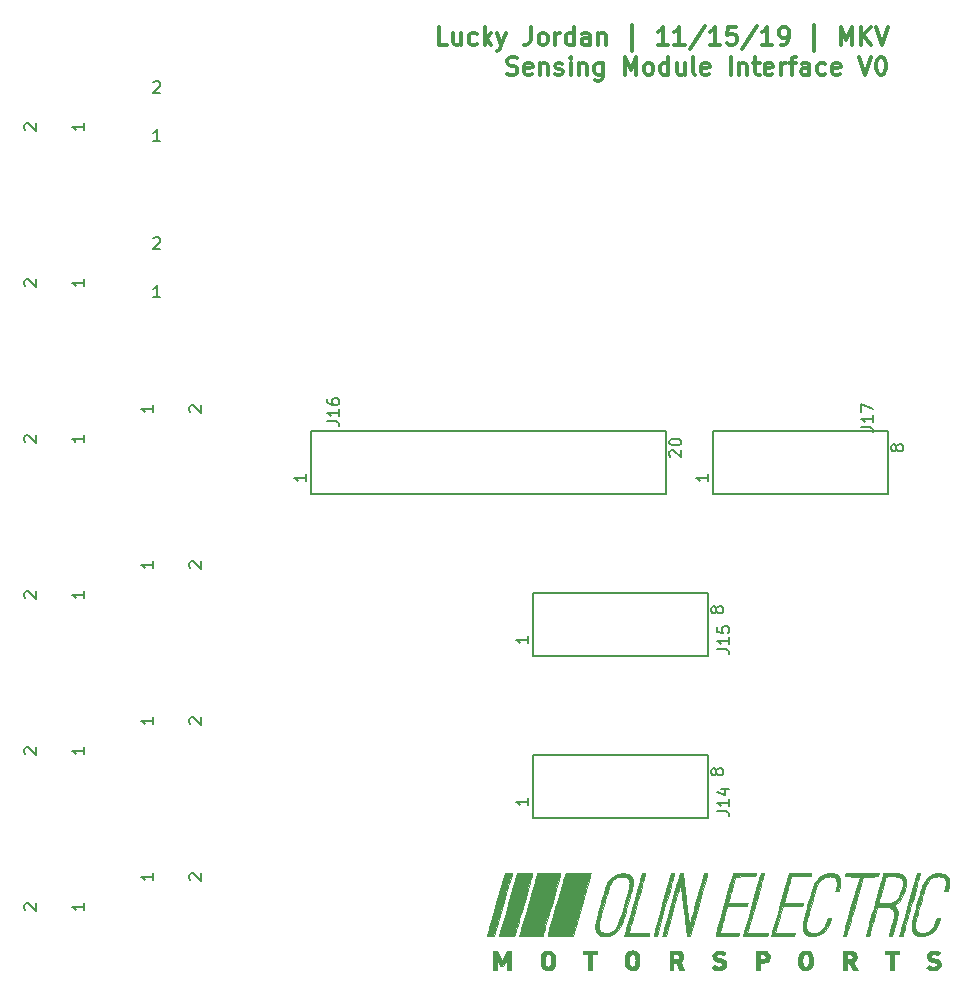
<source format=gbr>
G04 #@! TF.GenerationSoftware,KiCad,Pcbnew,5.1.4-e60b266~84~ubuntu18.04.1*
G04 #@! TF.CreationDate,2019-11-21T00:50:37-05:00*
G04 #@! TF.ProjectId,sensing_module_interface,73656e73-696e-4675-9f6d-6f64756c655f,rev?*
G04 #@! TF.SameCoordinates,Original*
G04 #@! TF.FileFunction,Legend,Top*
G04 #@! TF.FilePolarity,Positive*
%FSLAX46Y46*%
G04 Gerber Fmt 4.6, Leading zero omitted, Abs format (unit mm)*
G04 Created by KiCad (PCBNEW 5.1.4-e60b266~84~ubuntu18.04.1) date 2019-11-21 00:50:37*
%MOMM*%
%LPD*%
G04 APERTURE LIST*
%ADD10C,0.300000*%
%ADD11C,0.150000*%
%ADD12C,0.010000*%
G04 APERTURE END LIST*
D10*
X127476428Y-59855571D02*
X126762142Y-59855571D01*
X126762142Y-58355571D01*
X128619285Y-58855571D02*
X128619285Y-59855571D01*
X127976428Y-58855571D02*
X127976428Y-59641285D01*
X128047857Y-59784142D01*
X128190714Y-59855571D01*
X128405000Y-59855571D01*
X128547857Y-59784142D01*
X128619285Y-59712714D01*
X129976428Y-59784142D02*
X129833571Y-59855571D01*
X129547857Y-59855571D01*
X129405000Y-59784142D01*
X129333571Y-59712714D01*
X129262142Y-59569857D01*
X129262142Y-59141285D01*
X129333571Y-58998428D01*
X129405000Y-58927000D01*
X129547857Y-58855571D01*
X129833571Y-58855571D01*
X129976428Y-58927000D01*
X130619285Y-59855571D02*
X130619285Y-58355571D01*
X130762142Y-59284142D02*
X131190714Y-59855571D01*
X131190714Y-58855571D02*
X130619285Y-59427000D01*
X131690714Y-58855571D02*
X132047857Y-59855571D01*
X132405000Y-58855571D02*
X132047857Y-59855571D01*
X131905000Y-60212714D01*
X131833571Y-60284142D01*
X131690714Y-60355571D01*
X134547857Y-58355571D02*
X134547857Y-59427000D01*
X134476428Y-59641285D01*
X134333571Y-59784142D01*
X134119285Y-59855571D01*
X133976428Y-59855571D01*
X135476428Y-59855571D02*
X135333571Y-59784142D01*
X135262142Y-59712714D01*
X135190714Y-59569857D01*
X135190714Y-59141285D01*
X135262142Y-58998428D01*
X135333571Y-58927000D01*
X135476428Y-58855571D01*
X135690714Y-58855571D01*
X135833571Y-58927000D01*
X135905000Y-58998428D01*
X135976428Y-59141285D01*
X135976428Y-59569857D01*
X135905000Y-59712714D01*
X135833571Y-59784142D01*
X135690714Y-59855571D01*
X135476428Y-59855571D01*
X136619285Y-59855571D02*
X136619285Y-58855571D01*
X136619285Y-59141285D02*
X136690714Y-58998428D01*
X136762142Y-58927000D01*
X136905000Y-58855571D01*
X137047857Y-58855571D01*
X138190714Y-59855571D02*
X138190714Y-58355571D01*
X138190714Y-59784142D02*
X138047857Y-59855571D01*
X137762142Y-59855571D01*
X137619285Y-59784142D01*
X137547857Y-59712714D01*
X137476428Y-59569857D01*
X137476428Y-59141285D01*
X137547857Y-58998428D01*
X137619285Y-58927000D01*
X137762142Y-58855571D01*
X138047857Y-58855571D01*
X138190714Y-58927000D01*
X139547857Y-59855571D02*
X139547857Y-59069857D01*
X139476428Y-58927000D01*
X139333571Y-58855571D01*
X139047857Y-58855571D01*
X138905000Y-58927000D01*
X139547857Y-59784142D02*
X139405000Y-59855571D01*
X139047857Y-59855571D01*
X138905000Y-59784142D01*
X138833571Y-59641285D01*
X138833571Y-59498428D01*
X138905000Y-59355571D01*
X139047857Y-59284142D01*
X139405000Y-59284142D01*
X139547857Y-59212714D01*
X140262142Y-58855571D02*
X140262142Y-59855571D01*
X140262142Y-58998428D02*
X140333571Y-58927000D01*
X140476428Y-58855571D01*
X140690714Y-58855571D01*
X140833571Y-58927000D01*
X140905000Y-59069857D01*
X140905000Y-59855571D01*
X143119285Y-60355571D02*
X143119285Y-58212714D01*
X146119285Y-59855571D02*
X145262142Y-59855571D01*
X145690714Y-59855571D02*
X145690714Y-58355571D01*
X145547857Y-58569857D01*
X145405000Y-58712714D01*
X145262142Y-58784142D01*
X147547857Y-59855571D02*
X146690714Y-59855571D01*
X147119285Y-59855571D02*
X147119285Y-58355571D01*
X146976428Y-58569857D01*
X146833571Y-58712714D01*
X146690714Y-58784142D01*
X149262142Y-58284142D02*
X147976428Y-60212714D01*
X150547857Y-59855571D02*
X149690714Y-59855571D01*
X150119285Y-59855571D02*
X150119285Y-58355571D01*
X149976428Y-58569857D01*
X149833571Y-58712714D01*
X149690714Y-58784142D01*
X151905000Y-58355571D02*
X151190714Y-58355571D01*
X151119285Y-59069857D01*
X151190714Y-58998428D01*
X151333571Y-58927000D01*
X151690714Y-58927000D01*
X151833571Y-58998428D01*
X151905000Y-59069857D01*
X151976428Y-59212714D01*
X151976428Y-59569857D01*
X151905000Y-59712714D01*
X151833571Y-59784142D01*
X151690714Y-59855571D01*
X151333571Y-59855571D01*
X151190714Y-59784142D01*
X151119285Y-59712714D01*
X153690714Y-58284142D02*
X152405000Y-60212714D01*
X154976428Y-59855571D02*
X154119285Y-59855571D01*
X154547857Y-59855571D02*
X154547857Y-58355571D01*
X154405000Y-58569857D01*
X154262142Y-58712714D01*
X154119285Y-58784142D01*
X155690714Y-59855571D02*
X155976428Y-59855571D01*
X156119285Y-59784142D01*
X156190714Y-59712714D01*
X156333571Y-59498428D01*
X156405000Y-59212714D01*
X156405000Y-58641285D01*
X156333571Y-58498428D01*
X156262142Y-58427000D01*
X156119285Y-58355571D01*
X155833571Y-58355571D01*
X155690714Y-58427000D01*
X155619285Y-58498428D01*
X155547857Y-58641285D01*
X155547857Y-58998428D01*
X155619285Y-59141285D01*
X155690714Y-59212714D01*
X155833571Y-59284142D01*
X156119285Y-59284142D01*
X156262142Y-59212714D01*
X156333571Y-59141285D01*
X156405000Y-58998428D01*
X158547857Y-60355571D02*
X158547857Y-58212714D01*
X160762142Y-59855571D02*
X160762142Y-58355571D01*
X161262142Y-59427000D01*
X161762142Y-58355571D01*
X161762142Y-59855571D01*
X162476428Y-59855571D02*
X162476428Y-58355571D01*
X163333571Y-59855571D02*
X162690714Y-58998428D01*
X163333571Y-58355571D02*
X162476428Y-59212714D01*
X163762142Y-58355571D02*
X164262142Y-59855571D01*
X164762142Y-58355571D01*
X132547857Y-62334142D02*
X132762142Y-62405571D01*
X133119285Y-62405571D01*
X133262142Y-62334142D01*
X133333571Y-62262714D01*
X133405000Y-62119857D01*
X133405000Y-61977000D01*
X133333571Y-61834142D01*
X133262142Y-61762714D01*
X133119285Y-61691285D01*
X132833571Y-61619857D01*
X132690714Y-61548428D01*
X132619285Y-61477000D01*
X132547857Y-61334142D01*
X132547857Y-61191285D01*
X132619285Y-61048428D01*
X132690714Y-60977000D01*
X132833571Y-60905571D01*
X133190714Y-60905571D01*
X133405000Y-60977000D01*
X134619285Y-62334142D02*
X134476428Y-62405571D01*
X134190714Y-62405571D01*
X134047857Y-62334142D01*
X133976428Y-62191285D01*
X133976428Y-61619857D01*
X134047857Y-61477000D01*
X134190714Y-61405571D01*
X134476428Y-61405571D01*
X134619285Y-61477000D01*
X134690714Y-61619857D01*
X134690714Y-61762714D01*
X133976428Y-61905571D01*
X135333571Y-61405571D02*
X135333571Y-62405571D01*
X135333571Y-61548428D02*
X135405000Y-61477000D01*
X135547857Y-61405571D01*
X135762142Y-61405571D01*
X135905000Y-61477000D01*
X135976428Y-61619857D01*
X135976428Y-62405571D01*
X136619285Y-62334142D02*
X136762142Y-62405571D01*
X137047857Y-62405571D01*
X137190714Y-62334142D01*
X137262142Y-62191285D01*
X137262142Y-62119857D01*
X137190714Y-61977000D01*
X137047857Y-61905571D01*
X136833571Y-61905571D01*
X136690714Y-61834142D01*
X136619285Y-61691285D01*
X136619285Y-61619857D01*
X136690714Y-61477000D01*
X136833571Y-61405571D01*
X137047857Y-61405571D01*
X137190714Y-61477000D01*
X137905000Y-62405571D02*
X137905000Y-61405571D01*
X137905000Y-60905571D02*
X137833571Y-60977000D01*
X137905000Y-61048428D01*
X137976428Y-60977000D01*
X137905000Y-60905571D01*
X137905000Y-61048428D01*
X138619285Y-61405571D02*
X138619285Y-62405571D01*
X138619285Y-61548428D02*
X138690714Y-61477000D01*
X138833571Y-61405571D01*
X139047857Y-61405571D01*
X139190714Y-61477000D01*
X139262142Y-61619857D01*
X139262142Y-62405571D01*
X140619285Y-61405571D02*
X140619285Y-62619857D01*
X140547857Y-62762714D01*
X140476428Y-62834142D01*
X140333571Y-62905571D01*
X140119285Y-62905571D01*
X139976428Y-62834142D01*
X140619285Y-62334142D02*
X140476428Y-62405571D01*
X140190714Y-62405571D01*
X140047857Y-62334142D01*
X139976428Y-62262714D01*
X139905000Y-62119857D01*
X139905000Y-61691285D01*
X139976428Y-61548428D01*
X140047857Y-61477000D01*
X140190714Y-61405571D01*
X140476428Y-61405571D01*
X140619285Y-61477000D01*
X142476428Y-62405571D02*
X142476428Y-60905571D01*
X142976428Y-61977000D01*
X143476428Y-60905571D01*
X143476428Y-62405571D01*
X144405000Y-62405571D02*
X144262142Y-62334142D01*
X144190714Y-62262714D01*
X144119285Y-62119857D01*
X144119285Y-61691285D01*
X144190714Y-61548428D01*
X144262142Y-61477000D01*
X144405000Y-61405571D01*
X144619285Y-61405571D01*
X144762142Y-61477000D01*
X144833571Y-61548428D01*
X144905000Y-61691285D01*
X144905000Y-62119857D01*
X144833571Y-62262714D01*
X144762142Y-62334142D01*
X144619285Y-62405571D01*
X144405000Y-62405571D01*
X146190714Y-62405571D02*
X146190714Y-60905571D01*
X146190714Y-62334142D02*
X146047857Y-62405571D01*
X145762142Y-62405571D01*
X145619285Y-62334142D01*
X145547857Y-62262714D01*
X145476428Y-62119857D01*
X145476428Y-61691285D01*
X145547857Y-61548428D01*
X145619285Y-61477000D01*
X145762142Y-61405571D01*
X146047857Y-61405571D01*
X146190714Y-61477000D01*
X147547857Y-61405571D02*
X147547857Y-62405571D01*
X146905000Y-61405571D02*
X146905000Y-62191285D01*
X146976428Y-62334142D01*
X147119285Y-62405571D01*
X147333571Y-62405571D01*
X147476428Y-62334142D01*
X147547857Y-62262714D01*
X148476428Y-62405571D02*
X148333571Y-62334142D01*
X148262142Y-62191285D01*
X148262142Y-60905571D01*
X149619285Y-62334142D02*
X149476428Y-62405571D01*
X149190714Y-62405571D01*
X149047857Y-62334142D01*
X148976428Y-62191285D01*
X148976428Y-61619857D01*
X149047857Y-61477000D01*
X149190714Y-61405571D01*
X149476428Y-61405571D01*
X149619285Y-61477000D01*
X149690714Y-61619857D01*
X149690714Y-61762714D01*
X148976428Y-61905571D01*
X151476428Y-62405571D02*
X151476428Y-60905571D01*
X152190714Y-61405571D02*
X152190714Y-62405571D01*
X152190714Y-61548428D02*
X152262142Y-61477000D01*
X152405000Y-61405571D01*
X152619285Y-61405571D01*
X152762142Y-61477000D01*
X152833571Y-61619857D01*
X152833571Y-62405571D01*
X153333571Y-61405571D02*
X153905000Y-61405571D01*
X153547857Y-60905571D02*
X153547857Y-62191285D01*
X153619285Y-62334142D01*
X153762142Y-62405571D01*
X153905000Y-62405571D01*
X154976428Y-62334142D02*
X154833571Y-62405571D01*
X154547857Y-62405571D01*
X154405000Y-62334142D01*
X154333571Y-62191285D01*
X154333571Y-61619857D01*
X154405000Y-61477000D01*
X154547857Y-61405571D01*
X154833571Y-61405571D01*
X154976428Y-61477000D01*
X155047857Y-61619857D01*
X155047857Y-61762714D01*
X154333571Y-61905571D01*
X155690714Y-62405571D02*
X155690714Y-61405571D01*
X155690714Y-61691285D02*
X155762142Y-61548428D01*
X155833571Y-61477000D01*
X155976428Y-61405571D01*
X156119285Y-61405571D01*
X156405000Y-61405571D02*
X156976428Y-61405571D01*
X156619285Y-62405571D02*
X156619285Y-61119857D01*
X156690714Y-60977000D01*
X156833571Y-60905571D01*
X156976428Y-60905571D01*
X158119285Y-62405571D02*
X158119285Y-61619857D01*
X158047857Y-61477000D01*
X157905000Y-61405571D01*
X157619285Y-61405571D01*
X157476428Y-61477000D01*
X158119285Y-62334142D02*
X157976428Y-62405571D01*
X157619285Y-62405571D01*
X157476428Y-62334142D01*
X157405000Y-62191285D01*
X157405000Y-62048428D01*
X157476428Y-61905571D01*
X157619285Y-61834142D01*
X157976428Y-61834142D01*
X158119285Y-61762714D01*
X159476428Y-62334142D02*
X159333571Y-62405571D01*
X159047857Y-62405571D01*
X158905000Y-62334142D01*
X158833571Y-62262714D01*
X158762142Y-62119857D01*
X158762142Y-61691285D01*
X158833571Y-61548428D01*
X158905000Y-61477000D01*
X159047857Y-61405571D01*
X159333571Y-61405571D01*
X159476428Y-61477000D01*
X160690714Y-62334142D02*
X160547857Y-62405571D01*
X160262142Y-62405571D01*
X160119285Y-62334142D01*
X160047857Y-62191285D01*
X160047857Y-61619857D01*
X160119285Y-61477000D01*
X160262142Y-61405571D01*
X160547857Y-61405571D01*
X160690714Y-61477000D01*
X160762142Y-61619857D01*
X160762142Y-61762714D01*
X160047857Y-61905571D01*
X162333571Y-60905571D02*
X162833571Y-62405571D01*
X163333571Y-60905571D01*
X164119285Y-60905571D02*
X164262142Y-60905571D01*
X164405000Y-60977000D01*
X164476428Y-61048428D01*
X164547857Y-61191285D01*
X164619285Y-61477000D01*
X164619285Y-61834142D01*
X164547857Y-62119857D01*
X164476428Y-62262714D01*
X164405000Y-62334142D01*
X164262142Y-62405571D01*
X164119285Y-62405571D01*
X163976428Y-62334142D01*
X163905000Y-62262714D01*
X163833571Y-62119857D01*
X163762142Y-61834142D01*
X163762142Y-61477000D01*
X163833571Y-61191285D01*
X163905000Y-61048428D01*
X163976428Y-60977000D01*
X164119285Y-60905571D01*
D11*
X149498000Y-111616000D02*
X149498000Y-106316000D01*
X134728000Y-111616000D02*
X134728000Y-106316000D01*
X149498000Y-111616000D02*
X134728000Y-111616000D01*
X149498000Y-106316000D02*
X134728000Y-106316000D01*
D12*
G36*
X169214075Y-130004868D02*
G01*
X169433319Y-130038299D01*
X169613128Y-130103430D01*
X169754053Y-130200626D01*
X169856644Y-130330251D01*
X169915339Y-130470355D01*
X169937425Y-130591405D01*
X169946482Y-130746671D01*
X169943075Y-130921421D01*
X169927770Y-131100924D01*
X169901133Y-131270448D01*
X169881326Y-131356100D01*
X169834072Y-131533900D01*
X169687402Y-131541581D01*
X169605351Y-131544258D01*
X169563339Y-131539220D01*
X169550819Y-131523449D01*
X169554227Y-131503481D01*
X169603407Y-131323585D01*
X169635007Y-131171954D01*
X169652069Y-131030426D01*
X169657602Y-130886200D01*
X169656823Y-130766853D01*
X169650719Y-130683066D01*
X169636636Y-130619668D01*
X169611922Y-130561489D01*
X169595480Y-130530919D01*
X169515841Y-130424178D01*
X169410984Y-130349348D01*
X169273946Y-130302928D01*
X169099219Y-130281494D01*
X168861234Y-130291411D01*
X168644880Y-130347285D01*
X168450151Y-130449119D01*
X168277041Y-130596918D01*
X168125545Y-130790687D01*
X167995654Y-131030429D01*
X167960210Y-131113013D01*
X167939635Y-131171544D01*
X167907354Y-131273530D01*
X167864933Y-131413393D01*
X167813940Y-131585553D01*
X167755942Y-131784433D01*
X167692506Y-132004452D01*
X167625200Y-132240031D01*
X167555592Y-132485592D01*
X167485248Y-132735555D01*
X167415736Y-132984342D01*
X167348623Y-133226372D01*
X167285477Y-133456068D01*
X167227866Y-133667849D01*
X167177355Y-133856138D01*
X167135514Y-134015354D01*
X167103909Y-134139919D01*
X167084107Y-134224254D01*
X167079263Y-134248761D01*
X167058752Y-134463416D01*
X167076412Y-134644897D01*
X167132440Y-134793776D01*
X167227038Y-134910628D01*
X167335200Y-134983811D01*
X167403191Y-135016765D01*
X167461219Y-135037159D01*
X167524340Y-135047394D01*
X167607612Y-135049872D01*
X167726091Y-135046995D01*
X167730370Y-135046850D01*
X167855470Y-135040890D01*
X167947013Y-135030554D01*
X168022235Y-135012127D01*
X168098374Y-134981893D01*
X168153500Y-134955639D01*
X168334824Y-134838716D01*
X168498835Y-134676279D01*
X168643423Y-134471288D01*
X168766476Y-134226701D01*
X168859841Y-133965950D01*
X168914947Y-133781800D01*
X169052173Y-133781800D01*
X169127908Y-133785664D01*
X169177747Y-133795616D01*
X169189400Y-133804909D01*
X169179856Y-133856067D01*
X169154051Y-133942327D01*
X169116229Y-134052309D01*
X169070630Y-134174636D01*
X169021497Y-134297929D01*
X168973071Y-134410810D01*
X168929594Y-134501900D01*
X168929476Y-134502127D01*
X168835911Y-134654712D01*
X168716018Y-134808743D01*
X168580610Y-134952996D01*
X168440502Y-135076250D01*
X168306507Y-135167282D01*
X168270553Y-135185948D01*
X168052910Y-135267256D01*
X167817917Y-135315581D01*
X167580714Y-135329322D01*
X167356440Y-135306875D01*
X167284400Y-135290335D01*
X167110656Y-135222338D01*
X166974440Y-135120624D01*
X166873319Y-134982841D01*
X166812757Y-134834333D01*
X166788344Y-134708727D01*
X166777970Y-134552211D01*
X166781891Y-134382767D01*
X166800364Y-134218382D01*
X166803686Y-134199214D01*
X166817784Y-134135892D01*
X166844574Y-134029444D01*
X166882461Y-133885494D01*
X166929853Y-133709667D01*
X166985155Y-133507587D01*
X167046773Y-133284877D01*
X167113115Y-133047163D01*
X167182585Y-132800068D01*
X167253591Y-132549217D01*
X167324539Y-132300234D01*
X167393834Y-132058742D01*
X167459883Y-131830367D01*
X167521093Y-131620732D01*
X167575869Y-131435462D01*
X167622618Y-131280181D01*
X167659746Y-131160512D01*
X167685660Y-131082081D01*
X167691560Y-131065995D01*
X167819920Y-130791559D01*
X167977516Y-130554899D01*
X168161792Y-130357797D01*
X168370187Y-130202036D01*
X168600145Y-130089400D01*
X168849106Y-130021671D01*
X169114513Y-130000633D01*
X169214075Y-130004868D01*
X169214075Y-130004868D01*
G37*
X169214075Y-130004868D02*
X169433319Y-130038299D01*
X169613128Y-130103430D01*
X169754053Y-130200626D01*
X169856644Y-130330251D01*
X169915339Y-130470355D01*
X169937425Y-130591405D01*
X169946482Y-130746671D01*
X169943075Y-130921421D01*
X169927770Y-131100924D01*
X169901133Y-131270448D01*
X169881326Y-131356100D01*
X169834072Y-131533900D01*
X169687402Y-131541581D01*
X169605351Y-131544258D01*
X169563339Y-131539220D01*
X169550819Y-131523449D01*
X169554227Y-131503481D01*
X169603407Y-131323585D01*
X169635007Y-131171954D01*
X169652069Y-131030426D01*
X169657602Y-130886200D01*
X169656823Y-130766853D01*
X169650719Y-130683066D01*
X169636636Y-130619668D01*
X169611922Y-130561489D01*
X169595480Y-130530919D01*
X169515841Y-130424178D01*
X169410984Y-130349348D01*
X169273946Y-130302928D01*
X169099219Y-130281494D01*
X168861234Y-130291411D01*
X168644880Y-130347285D01*
X168450151Y-130449119D01*
X168277041Y-130596918D01*
X168125545Y-130790687D01*
X167995654Y-131030429D01*
X167960210Y-131113013D01*
X167939635Y-131171544D01*
X167907354Y-131273530D01*
X167864933Y-131413393D01*
X167813940Y-131585553D01*
X167755942Y-131784433D01*
X167692506Y-132004452D01*
X167625200Y-132240031D01*
X167555592Y-132485592D01*
X167485248Y-132735555D01*
X167415736Y-132984342D01*
X167348623Y-133226372D01*
X167285477Y-133456068D01*
X167227866Y-133667849D01*
X167177355Y-133856138D01*
X167135514Y-134015354D01*
X167103909Y-134139919D01*
X167084107Y-134224254D01*
X167079263Y-134248761D01*
X167058752Y-134463416D01*
X167076412Y-134644897D01*
X167132440Y-134793776D01*
X167227038Y-134910628D01*
X167335200Y-134983811D01*
X167403191Y-135016765D01*
X167461219Y-135037159D01*
X167524340Y-135047394D01*
X167607612Y-135049872D01*
X167726091Y-135046995D01*
X167730370Y-135046850D01*
X167855470Y-135040890D01*
X167947013Y-135030554D01*
X168022235Y-135012127D01*
X168098374Y-134981893D01*
X168153500Y-134955639D01*
X168334824Y-134838716D01*
X168498835Y-134676279D01*
X168643423Y-134471288D01*
X168766476Y-134226701D01*
X168859841Y-133965950D01*
X168914947Y-133781800D01*
X169052173Y-133781800D01*
X169127908Y-133785664D01*
X169177747Y-133795616D01*
X169189400Y-133804909D01*
X169179856Y-133856067D01*
X169154051Y-133942327D01*
X169116229Y-134052309D01*
X169070630Y-134174636D01*
X169021497Y-134297929D01*
X168973071Y-134410810D01*
X168929594Y-134501900D01*
X168929476Y-134502127D01*
X168835911Y-134654712D01*
X168716018Y-134808743D01*
X168580610Y-134952996D01*
X168440502Y-135076250D01*
X168306507Y-135167282D01*
X168270553Y-135185948D01*
X168052910Y-135267256D01*
X167817917Y-135315581D01*
X167580714Y-135329322D01*
X167356440Y-135306875D01*
X167284400Y-135290335D01*
X167110656Y-135222338D01*
X166974440Y-135120624D01*
X166873319Y-134982841D01*
X166812757Y-134834333D01*
X166788344Y-134708727D01*
X166777970Y-134552211D01*
X166781891Y-134382767D01*
X166800364Y-134218382D01*
X166803686Y-134199214D01*
X166817784Y-134135892D01*
X166844574Y-134029444D01*
X166882461Y-133885494D01*
X166929853Y-133709667D01*
X166985155Y-133507587D01*
X167046773Y-133284877D01*
X167113115Y-133047163D01*
X167182585Y-132800068D01*
X167253591Y-132549217D01*
X167324539Y-132300234D01*
X167393834Y-132058742D01*
X167459883Y-131830367D01*
X167521093Y-131620732D01*
X167575869Y-131435462D01*
X167622618Y-131280181D01*
X167659746Y-131160512D01*
X167685660Y-131082081D01*
X167691560Y-131065995D01*
X167819920Y-130791559D01*
X167977516Y-130554899D01*
X168161792Y-130357797D01*
X168370187Y-130202036D01*
X168600145Y-130089400D01*
X168849106Y-130021671D01*
X169114513Y-130000633D01*
X169214075Y-130004868D01*
G36*
X167478144Y-130011223D02*
G01*
X167487600Y-130030443D01*
X167480847Y-130059320D01*
X167461191Y-130133837D01*
X167429533Y-130250747D01*
X167386775Y-130406801D01*
X167333818Y-130598752D01*
X167271564Y-130823351D01*
X167200916Y-131077352D01*
X167122774Y-131357505D01*
X167038041Y-131660563D01*
X166947619Y-131983279D01*
X166852408Y-132322404D01*
X166762622Y-132641620D01*
X166663615Y-132993374D01*
X166568329Y-133332014D01*
X166477688Y-133654255D01*
X166392615Y-133956815D01*
X166314031Y-134236408D01*
X166242859Y-134489750D01*
X166180021Y-134713557D01*
X166126441Y-134904544D01*
X166083039Y-135059427D01*
X166050740Y-135174922D01*
X166030464Y-135247745D01*
X166023269Y-135274050D01*
X166009032Y-135307216D01*
X165978785Y-135324381D01*
X165918880Y-135330605D01*
X165869192Y-135331200D01*
X165789761Y-135329760D01*
X165750130Y-135322079D01*
X165739310Y-135303117D01*
X165744645Y-135274050D01*
X165753469Y-135242261D01*
X165775148Y-135164841D01*
X165808765Y-135045055D01*
X165853400Y-134886168D01*
X165908135Y-134691446D01*
X165972052Y-134464153D01*
X166044233Y-134207556D01*
X166123758Y-133924919D01*
X166209711Y-133619508D01*
X166301171Y-133294589D01*
X166397221Y-132953426D01*
X166492968Y-132613400D01*
X167226138Y-130009900D01*
X167356869Y-130002222D01*
X167437779Y-130001071D01*
X167478144Y-130011223D01*
X167478144Y-130011223D01*
G37*
X167478144Y-130011223D02*
X167487600Y-130030443D01*
X167480847Y-130059320D01*
X167461191Y-130133837D01*
X167429533Y-130250747D01*
X167386775Y-130406801D01*
X167333818Y-130598752D01*
X167271564Y-130823351D01*
X167200916Y-131077352D01*
X167122774Y-131357505D01*
X167038041Y-131660563D01*
X166947619Y-131983279D01*
X166852408Y-132322404D01*
X166762622Y-132641620D01*
X166663615Y-132993374D01*
X166568329Y-133332014D01*
X166477688Y-133654255D01*
X166392615Y-133956815D01*
X166314031Y-134236408D01*
X166242859Y-134489750D01*
X166180021Y-134713557D01*
X166126441Y-134904544D01*
X166083039Y-135059427D01*
X166050740Y-135174922D01*
X166030464Y-135247745D01*
X166023269Y-135274050D01*
X166009032Y-135307216D01*
X165978785Y-135324381D01*
X165918880Y-135330605D01*
X165869192Y-135331200D01*
X165789761Y-135329760D01*
X165750130Y-135322079D01*
X165739310Y-135303117D01*
X165744645Y-135274050D01*
X165753469Y-135242261D01*
X165775148Y-135164841D01*
X165808765Y-135045055D01*
X165853400Y-134886168D01*
X165908135Y-134691446D01*
X165972052Y-134464153D01*
X166044233Y-134207556D01*
X166123758Y-133924919D01*
X166209711Y-133619508D01*
X166301171Y-133294589D01*
X166397221Y-132953426D01*
X166492968Y-132613400D01*
X167226138Y-130009900D01*
X167356869Y-130002222D01*
X167437779Y-130001071D01*
X167478144Y-130011223D01*
G36*
X164886746Y-130001094D02*
G01*
X165066404Y-130003131D01*
X165068250Y-130003157D01*
X165280980Y-130006639D01*
X165449461Y-130010653D01*
X165580240Y-130015642D01*
X165679866Y-130022050D01*
X165754891Y-130030322D01*
X165811861Y-130040901D01*
X165857328Y-130054230D01*
X165865388Y-130057179D01*
X166022421Y-130141344D01*
X166152095Y-130261331D01*
X166244141Y-130407620D01*
X166244687Y-130408845D01*
X166285285Y-130546070D01*
X166304065Y-130718369D01*
X166301143Y-130914993D01*
X166276640Y-131125197D01*
X166234549Y-131323606D01*
X166127690Y-131667695D01*
X165998653Y-131966103D01*
X165847417Y-132218861D01*
X165673964Y-132426002D01*
X165478273Y-132587558D01*
X165404800Y-132633180D01*
X165339100Y-132670865D01*
X165294772Y-132696401D01*
X165284101Y-132702635D01*
X165296610Y-132721431D01*
X165335577Y-132766277D01*
X165382905Y-132817220D01*
X165473273Y-132923092D01*
X165534691Y-133026075D01*
X165571839Y-133139773D01*
X165589398Y-133277793D01*
X165592402Y-133426200D01*
X165591146Y-133502712D01*
X165587914Y-133571347D01*
X165581236Y-133638973D01*
X165569642Y-133712456D01*
X165551664Y-133798663D01*
X165525832Y-133904460D01*
X165490679Y-134036714D01*
X165444733Y-134202293D01*
X165386527Y-134408062D01*
X165369600Y-134467600D01*
X165315094Y-134659109D01*
X165264636Y-134836198D01*
X165220013Y-134992603D01*
X165183013Y-135122064D01*
X165155427Y-135218319D01*
X165139042Y-135275106D01*
X165135606Y-135286750D01*
X165116204Y-135313652D01*
X165071186Y-135327278D01*
X164988389Y-135331194D01*
X164983988Y-135331200D01*
X164907997Y-135329237D01*
X164857879Y-135324182D01*
X164846000Y-135319410D01*
X164852630Y-135292967D01*
X164871419Y-135223599D01*
X164900714Y-135117266D01*
X164938863Y-134979929D01*
X164984211Y-134817548D01*
X165035106Y-134636086D01*
X165062062Y-134540260D01*
X165116902Y-134343440D01*
X165168205Y-134155430D01*
X165214021Y-133983680D01*
X165252397Y-133835643D01*
X165281383Y-133718769D01*
X165299028Y-133640509D01*
X165302296Y-133622799D01*
X165313442Y-133427765D01*
X165280783Y-133256853D01*
X165204995Y-133111544D01*
X165086754Y-132993317D01*
X164986527Y-132931218D01*
X164933350Y-132904659D01*
X164886733Y-132884954D01*
X164837859Y-132870920D01*
X164777913Y-132861377D01*
X164698080Y-132855143D01*
X164589545Y-132851038D01*
X164443491Y-132847881D01*
X164352511Y-132846268D01*
X163868100Y-132837837D01*
X163564894Y-133925768D01*
X163499988Y-134158415D01*
X163437681Y-134381286D01*
X163379637Y-134588465D01*
X163327518Y-134774036D01*
X163282987Y-134932083D01*
X163247708Y-135056689D01*
X163223344Y-135141940D01*
X163214444Y-135172450D01*
X163167199Y-135331200D01*
X163041399Y-135331200D01*
X162961350Y-135326860D01*
X162922712Y-135312109D01*
X162915600Y-135293994D01*
X162922351Y-135264973D01*
X162942010Y-135190285D01*
X162973682Y-135073154D01*
X163016473Y-134916801D01*
X163069488Y-134724451D01*
X163131833Y-134499326D01*
X163202615Y-134244648D01*
X163280938Y-133963641D01*
X163365909Y-133659527D01*
X163456634Y-133335529D01*
X163552218Y-132994870D01*
X163651767Y-132640773D01*
X163652200Y-132639236D01*
X163677180Y-132550432D01*
X163957000Y-132550432D01*
X163981027Y-132554419D01*
X164047618Y-132557858D01*
X164148539Y-132560517D01*
X164275555Y-132562165D01*
X164390135Y-132562600D01*
X164604944Y-132560061D01*
X164776360Y-132552130D01*
X164911556Y-132538333D01*
X165000874Y-132522205D01*
X165203629Y-132453791D01*
X165384404Y-132344987D01*
X165544355Y-132194344D01*
X165684637Y-132000411D01*
X165806406Y-131761739D01*
X165910817Y-131476876D01*
X165954594Y-131325232D01*
X166008172Y-131074396D01*
X166025289Y-130858826D01*
X166005926Y-130678393D01*
X165950065Y-130532972D01*
X165857688Y-130422434D01*
X165817048Y-130392175D01*
X165749999Y-130353776D01*
X165675743Y-130324682D01*
X165586338Y-130303712D01*
X165473837Y-130289682D01*
X165330298Y-130281410D01*
X165147775Y-130277715D01*
X165044561Y-130277220D01*
X164882398Y-130277410D01*
X164763949Y-130278941D01*
X164682133Y-130282485D01*
X164629870Y-130288712D01*
X164600079Y-130298292D01*
X164585678Y-130311897D01*
X164581840Y-130321050D01*
X164568926Y-130365262D01*
X164544746Y-130449921D01*
X164510966Y-130569079D01*
X164469254Y-130716786D01*
X164421278Y-130887091D01*
X164368704Y-131074046D01*
X164313202Y-131271700D01*
X164256438Y-131474104D01*
X164200079Y-131675309D01*
X164145794Y-131869365D01*
X164095249Y-132050322D01*
X164050113Y-132212231D01*
X164012053Y-132349142D01*
X163982736Y-132455105D01*
X163963829Y-132524172D01*
X163957001Y-132550391D01*
X163957000Y-132550432D01*
X163677180Y-132550432D01*
X163751674Y-132285617D01*
X163847196Y-131945799D01*
X163937873Y-131622969D01*
X164022813Y-131320313D01*
X164101125Y-131041016D01*
X164171916Y-130788265D01*
X164234295Y-130565245D01*
X164287370Y-130375143D01*
X164330250Y-130221145D01*
X164362042Y-130106436D01*
X164381856Y-130034204D01*
X164388798Y-130007633D01*
X164388800Y-130007598D01*
X164413099Y-130004216D01*
X164481617Y-130001831D01*
X164587780Y-130000487D01*
X164725014Y-130000227D01*
X164886746Y-130001094D01*
X164886746Y-130001094D01*
G37*
X164886746Y-130001094D02*
X165066404Y-130003131D01*
X165068250Y-130003157D01*
X165280980Y-130006639D01*
X165449461Y-130010653D01*
X165580240Y-130015642D01*
X165679866Y-130022050D01*
X165754891Y-130030322D01*
X165811861Y-130040901D01*
X165857328Y-130054230D01*
X165865388Y-130057179D01*
X166022421Y-130141344D01*
X166152095Y-130261331D01*
X166244141Y-130407620D01*
X166244687Y-130408845D01*
X166285285Y-130546070D01*
X166304065Y-130718369D01*
X166301143Y-130914993D01*
X166276640Y-131125197D01*
X166234549Y-131323606D01*
X166127690Y-131667695D01*
X165998653Y-131966103D01*
X165847417Y-132218861D01*
X165673964Y-132426002D01*
X165478273Y-132587558D01*
X165404800Y-132633180D01*
X165339100Y-132670865D01*
X165294772Y-132696401D01*
X165284101Y-132702635D01*
X165296610Y-132721431D01*
X165335577Y-132766277D01*
X165382905Y-132817220D01*
X165473273Y-132923092D01*
X165534691Y-133026075D01*
X165571839Y-133139773D01*
X165589398Y-133277793D01*
X165592402Y-133426200D01*
X165591146Y-133502712D01*
X165587914Y-133571347D01*
X165581236Y-133638973D01*
X165569642Y-133712456D01*
X165551664Y-133798663D01*
X165525832Y-133904460D01*
X165490679Y-134036714D01*
X165444733Y-134202293D01*
X165386527Y-134408062D01*
X165369600Y-134467600D01*
X165315094Y-134659109D01*
X165264636Y-134836198D01*
X165220013Y-134992603D01*
X165183013Y-135122064D01*
X165155427Y-135218319D01*
X165139042Y-135275106D01*
X165135606Y-135286750D01*
X165116204Y-135313652D01*
X165071186Y-135327278D01*
X164988389Y-135331194D01*
X164983988Y-135331200D01*
X164907997Y-135329237D01*
X164857879Y-135324182D01*
X164846000Y-135319410D01*
X164852630Y-135292967D01*
X164871419Y-135223599D01*
X164900714Y-135117266D01*
X164938863Y-134979929D01*
X164984211Y-134817548D01*
X165035106Y-134636086D01*
X165062062Y-134540260D01*
X165116902Y-134343440D01*
X165168205Y-134155430D01*
X165214021Y-133983680D01*
X165252397Y-133835643D01*
X165281383Y-133718769D01*
X165299028Y-133640509D01*
X165302296Y-133622799D01*
X165313442Y-133427765D01*
X165280783Y-133256853D01*
X165204995Y-133111544D01*
X165086754Y-132993317D01*
X164986527Y-132931218D01*
X164933350Y-132904659D01*
X164886733Y-132884954D01*
X164837859Y-132870920D01*
X164777913Y-132861377D01*
X164698080Y-132855143D01*
X164589545Y-132851038D01*
X164443491Y-132847881D01*
X164352511Y-132846268D01*
X163868100Y-132837837D01*
X163564894Y-133925768D01*
X163499988Y-134158415D01*
X163437681Y-134381286D01*
X163379637Y-134588465D01*
X163327518Y-134774036D01*
X163282987Y-134932083D01*
X163247708Y-135056689D01*
X163223344Y-135141940D01*
X163214444Y-135172450D01*
X163167199Y-135331200D01*
X163041399Y-135331200D01*
X162961350Y-135326860D01*
X162922712Y-135312109D01*
X162915600Y-135293994D01*
X162922351Y-135264973D01*
X162942010Y-135190285D01*
X162973682Y-135073154D01*
X163016473Y-134916801D01*
X163069488Y-134724451D01*
X163131833Y-134499326D01*
X163202615Y-134244648D01*
X163280938Y-133963641D01*
X163365909Y-133659527D01*
X163456634Y-133335529D01*
X163552218Y-132994870D01*
X163651767Y-132640773D01*
X163652200Y-132639236D01*
X163677180Y-132550432D01*
X163957000Y-132550432D01*
X163981027Y-132554419D01*
X164047618Y-132557858D01*
X164148539Y-132560517D01*
X164275555Y-132562165D01*
X164390135Y-132562600D01*
X164604944Y-132560061D01*
X164776360Y-132552130D01*
X164911556Y-132538333D01*
X165000874Y-132522205D01*
X165203629Y-132453791D01*
X165384404Y-132344987D01*
X165544355Y-132194344D01*
X165684637Y-132000411D01*
X165806406Y-131761739D01*
X165910817Y-131476876D01*
X165954594Y-131325232D01*
X166008172Y-131074396D01*
X166025289Y-130858826D01*
X166005926Y-130678393D01*
X165950065Y-130532972D01*
X165857688Y-130422434D01*
X165817048Y-130392175D01*
X165749999Y-130353776D01*
X165675743Y-130324682D01*
X165586338Y-130303712D01*
X165473837Y-130289682D01*
X165330298Y-130281410D01*
X165147775Y-130277715D01*
X165044561Y-130277220D01*
X164882398Y-130277410D01*
X164763949Y-130278941D01*
X164682133Y-130282485D01*
X164629870Y-130288712D01*
X164600079Y-130298292D01*
X164585678Y-130311897D01*
X164581840Y-130321050D01*
X164568926Y-130365262D01*
X164544746Y-130449921D01*
X164510966Y-130569079D01*
X164469254Y-130716786D01*
X164421278Y-130887091D01*
X164368704Y-131074046D01*
X164313202Y-131271700D01*
X164256438Y-131474104D01*
X164200079Y-131675309D01*
X164145794Y-131869365D01*
X164095249Y-132050322D01*
X164050113Y-132212231D01*
X164012053Y-132349142D01*
X163982736Y-132455105D01*
X163963829Y-132524172D01*
X163957001Y-132550391D01*
X163957000Y-132550432D01*
X163677180Y-132550432D01*
X163751674Y-132285617D01*
X163847196Y-131945799D01*
X163937873Y-131622969D01*
X164022813Y-131320313D01*
X164101125Y-131041016D01*
X164171916Y-130788265D01*
X164234295Y-130565245D01*
X164287370Y-130375143D01*
X164330250Y-130221145D01*
X164362042Y-130106436D01*
X164381856Y-130034204D01*
X164388798Y-130007633D01*
X164388800Y-130007598D01*
X164413099Y-130004216D01*
X164481617Y-130001831D01*
X164587780Y-130000487D01*
X164725014Y-130000227D01*
X164886746Y-130001094D01*
G36*
X162861298Y-129997341D02*
G01*
X163107662Y-129997748D01*
X163333605Y-129998394D01*
X163534561Y-129999254D01*
X163705962Y-130000300D01*
X163843244Y-130001507D01*
X163941840Y-130002848D01*
X163997183Y-130004297D01*
X164007800Y-130005289D01*
X164001185Y-130032059D01*
X163984175Y-130092275D01*
X163968844Y-130144555D01*
X163929889Y-130275731D01*
X163291653Y-130282515D01*
X162653417Y-130289300D01*
X161963343Y-132740400D01*
X161866682Y-133083807D01*
X161773701Y-133414287D01*
X161685352Y-133728446D01*
X161602589Y-134022888D01*
X161526363Y-134294221D01*
X161457628Y-134539050D01*
X161397337Y-134753979D01*
X161346441Y-134935616D01*
X161305895Y-135080565D01*
X161276649Y-135185433D01*
X161259658Y-135246825D01*
X161255750Y-135261350D01*
X161241781Y-135301554D01*
X161216504Y-135322379D01*
X161165741Y-135330144D01*
X161099016Y-135331200D01*
X161022707Y-135330152D01*
X160972279Y-135327451D01*
X160960124Y-135324850D01*
X160966905Y-135300051D01*
X160986550Y-135229595D01*
X161018150Y-135116718D01*
X161060794Y-134964659D01*
X161113572Y-134776656D01*
X161175575Y-134555948D01*
X161245892Y-134305774D01*
X161323615Y-134029371D01*
X161407831Y-133729977D01*
X161497633Y-133410832D01*
X161592109Y-133075173D01*
X161668483Y-132803900D01*
X162376517Y-130289300D01*
X161741810Y-130282508D01*
X161543123Y-130280005D01*
X161389923Y-130277026D01*
X161276894Y-130273207D01*
X161198723Y-130268178D01*
X161150096Y-130261574D01*
X161125700Y-130253029D01*
X161120220Y-130242174D01*
X161120945Y-130239647D01*
X161136098Y-130193108D01*
X161156701Y-130121876D01*
X161162572Y-130100388D01*
X161190358Y-129997200D01*
X162599079Y-129997200D01*
X162861298Y-129997341D01*
X162861298Y-129997341D01*
G37*
X162861298Y-129997341D02*
X163107662Y-129997748D01*
X163333605Y-129998394D01*
X163534561Y-129999254D01*
X163705962Y-130000300D01*
X163843244Y-130001507D01*
X163941840Y-130002848D01*
X163997183Y-130004297D01*
X164007800Y-130005289D01*
X164001185Y-130032059D01*
X163984175Y-130092275D01*
X163968844Y-130144555D01*
X163929889Y-130275731D01*
X163291653Y-130282515D01*
X162653417Y-130289300D01*
X161963343Y-132740400D01*
X161866682Y-133083807D01*
X161773701Y-133414287D01*
X161685352Y-133728446D01*
X161602589Y-134022888D01*
X161526363Y-134294221D01*
X161457628Y-134539050D01*
X161397337Y-134753979D01*
X161346441Y-134935616D01*
X161305895Y-135080565D01*
X161276649Y-135185433D01*
X161259658Y-135246825D01*
X161255750Y-135261350D01*
X161241781Y-135301554D01*
X161216504Y-135322379D01*
X161165741Y-135330144D01*
X161099016Y-135331200D01*
X161022707Y-135330152D01*
X160972279Y-135327451D01*
X160960124Y-135324850D01*
X160966905Y-135300051D01*
X160986550Y-135229595D01*
X161018150Y-135116718D01*
X161060794Y-134964659D01*
X161113572Y-134776656D01*
X161175575Y-134555948D01*
X161245892Y-134305774D01*
X161323615Y-134029371D01*
X161407831Y-133729977D01*
X161497633Y-133410832D01*
X161592109Y-133075173D01*
X161668483Y-132803900D01*
X162376517Y-130289300D01*
X161741810Y-130282508D01*
X161543123Y-130280005D01*
X161389923Y-130277026D01*
X161276894Y-130273207D01*
X161198723Y-130268178D01*
X161150096Y-130261574D01*
X161125700Y-130253029D01*
X161120220Y-130242174D01*
X161120945Y-130239647D01*
X161136098Y-130193108D01*
X161156701Y-130121876D01*
X161162572Y-130100388D01*
X161190358Y-129997200D01*
X162599079Y-129997200D01*
X162861298Y-129997341D01*
G36*
X160012024Y-130011181D02*
G01*
X160105924Y-130014466D01*
X160176037Y-130023137D01*
X160235868Y-130039519D01*
X160298920Y-130065935D01*
X160353515Y-130092284D01*
X160503256Y-130190567D01*
X160615560Y-130319979D01*
X160690582Y-130481238D01*
X160728479Y-130675060D01*
X160729405Y-130902164D01*
X160693518Y-131163267D01*
X160637467Y-131400550D01*
X160597505Y-131546600D01*
X160461152Y-131546600D01*
X160385679Y-131544106D01*
X160336163Y-131537687D01*
X160324800Y-131531781D01*
X160330586Y-131501783D01*
X160345934Y-131435497D01*
X160367822Y-131345853D01*
X160373730Y-131322231D01*
X160423047Y-131090946D01*
X160444172Y-130897030D01*
X160436607Y-130735269D01*
X160399857Y-130600446D01*
X160333424Y-130487345D01*
X160289532Y-130437921D01*
X160198804Y-130362086D01*
X160099040Y-130312519D01*
X159979031Y-130286100D01*
X159827566Y-130279710D01*
X159733565Y-130283217D01*
X159605240Y-130293945D01*
X159506332Y-130312690D01*
X159415543Y-130344511D01*
X159352565Y-130373730D01*
X159170748Y-130490874D01*
X159005967Y-130652658D01*
X158861726Y-130854754D01*
X158741528Y-131092837D01*
X158713759Y-131162446D01*
X158694745Y-131219136D01*
X158663856Y-131319109D01*
X158622703Y-131456670D01*
X158572897Y-131626124D01*
X158516050Y-131821777D01*
X158453774Y-132037935D01*
X158387680Y-132268903D01*
X158319378Y-132508986D01*
X158250482Y-132752490D01*
X158182602Y-132993721D01*
X158117350Y-133226984D01*
X158056337Y-133446585D01*
X158001174Y-133646829D01*
X157953474Y-133822021D01*
X157914848Y-133966467D01*
X157886906Y-134074473D01*
X157871885Y-134137400D01*
X157852208Y-134254659D01*
X157839222Y-134380826D01*
X157836182Y-134454900D01*
X157851762Y-134642349D01*
X157900415Y-134792540D01*
X157983791Y-134907024D01*
X158103541Y-134987353D01*
X158261315Y-135035078D01*
X158458765Y-135051752D01*
X158471148Y-135051800D01*
X158701009Y-135029751D01*
X158908841Y-134963299D01*
X159095149Y-134851982D01*
X159260440Y-134695341D01*
X159405221Y-134492915D01*
X159529996Y-134244243D01*
X159616171Y-134010400D01*
X159685492Y-133794500D01*
X159827346Y-133786882D01*
X159904459Y-133784630D01*
X159955978Y-133786743D01*
X159969200Y-133790941D01*
X159961824Y-133818553D01*
X159941969Y-133883429D01*
X159913047Y-133974583D01*
X159891933Y-134039859D01*
X159769143Y-134358775D01*
X159623241Y-134632459D01*
X159454231Y-134860909D01*
X159262114Y-135044121D01*
X159046893Y-135182095D01*
X158808571Y-135274827D01*
X158547150Y-135322316D01*
X158381700Y-135329110D01*
X158266353Y-135324368D01*
X158153950Y-135313152D01*
X158067570Y-135297813D01*
X158062944Y-135296605D01*
X157886029Y-135226037D01*
X157744930Y-135119479D01*
X157639787Y-134977059D01*
X157593233Y-134872255D01*
X157569140Y-134766832D01*
X157556241Y-134626975D01*
X157554586Y-134467809D01*
X157564222Y-134304462D01*
X157585199Y-134152061D01*
X157590830Y-134123892D01*
X157604718Y-134066684D01*
X157630954Y-133966411D01*
X157667921Y-133828850D01*
X157713997Y-133659779D01*
X157767563Y-133464974D01*
X157827001Y-133250213D01*
X157890690Y-133021274D01*
X157957011Y-132783932D01*
X158024344Y-132543966D01*
X158091070Y-132307152D01*
X158155570Y-132079268D01*
X158216224Y-131866091D01*
X158271413Y-131673397D01*
X158319516Y-131506964D01*
X158358915Y-131372569D01*
X158387990Y-131275990D01*
X158398761Y-131241800D01*
X158516023Y-130943460D01*
X158661328Y-130681978D01*
X158832813Y-130459536D01*
X159028618Y-130278315D01*
X159246879Y-130140496D01*
X159392213Y-130077963D01*
X159481632Y-130048321D01*
X159563048Y-130028909D01*
X159651899Y-130017611D01*
X159763623Y-130012309D01*
X159880834Y-130010959D01*
X160012024Y-130011181D01*
X160012024Y-130011181D01*
G37*
X160012024Y-130011181D02*
X160105924Y-130014466D01*
X160176037Y-130023137D01*
X160235868Y-130039519D01*
X160298920Y-130065935D01*
X160353515Y-130092284D01*
X160503256Y-130190567D01*
X160615560Y-130319979D01*
X160690582Y-130481238D01*
X160728479Y-130675060D01*
X160729405Y-130902164D01*
X160693518Y-131163267D01*
X160637467Y-131400550D01*
X160597505Y-131546600D01*
X160461152Y-131546600D01*
X160385679Y-131544106D01*
X160336163Y-131537687D01*
X160324800Y-131531781D01*
X160330586Y-131501783D01*
X160345934Y-131435497D01*
X160367822Y-131345853D01*
X160373730Y-131322231D01*
X160423047Y-131090946D01*
X160444172Y-130897030D01*
X160436607Y-130735269D01*
X160399857Y-130600446D01*
X160333424Y-130487345D01*
X160289532Y-130437921D01*
X160198804Y-130362086D01*
X160099040Y-130312519D01*
X159979031Y-130286100D01*
X159827566Y-130279710D01*
X159733565Y-130283217D01*
X159605240Y-130293945D01*
X159506332Y-130312690D01*
X159415543Y-130344511D01*
X159352565Y-130373730D01*
X159170748Y-130490874D01*
X159005967Y-130652658D01*
X158861726Y-130854754D01*
X158741528Y-131092837D01*
X158713759Y-131162446D01*
X158694745Y-131219136D01*
X158663856Y-131319109D01*
X158622703Y-131456670D01*
X158572897Y-131626124D01*
X158516050Y-131821777D01*
X158453774Y-132037935D01*
X158387680Y-132268903D01*
X158319378Y-132508986D01*
X158250482Y-132752490D01*
X158182602Y-132993721D01*
X158117350Y-133226984D01*
X158056337Y-133446585D01*
X158001174Y-133646829D01*
X157953474Y-133822021D01*
X157914848Y-133966467D01*
X157886906Y-134074473D01*
X157871885Y-134137400D01*
X157852208Y-134254659D01*
X157839222Y-134380826D01*
X157836182Y-134454900D01*
X157851762Y-134642349D01*
X157900415Y-134792540D01*
X157983791Y-134907024D01*
X158103541Y-134987353D01*
X158261315Y-135035078D01*
X158458765Y-135051752D01*
X158471148Y-135051800D01*
X158701009Y-135029751D01*
X158908841Y-134963299D01*
X159095149Y-134851982D01*
X159260440Y-134695341D01*
X159405221Y-134492915D01*
X159529996Y-134244243D01*
X159616171Y-134010400D01*
X159685492Y-133794500D01*
X159827346Y-133786882D01*
X159904459Y-133784630D01*
X159955978Y-133786743D01*
X159969200Y-133790941D01*
X159961824Y-133818553D01*
X159941969Y-133883429D01*
X159913047Y-133974583D01*
X159891933Y-134039859D01*
X159769143Y-134358775D01*
X159623241Y-134632459D01*
X159454231Y-134860909D01*
X159262114Y-135044121D01*
X159046893Y-135182095D01*
X158808571Y-135274827D01*
X158547150Y-135322316D01*
X158381700Y-135329110D01*
X158266353Y-135324368D01*
X158153950Y-135313152D01*
X158067570Y-135297813D01*
X158062944Y-135296605D01*
X157886029Y-135226037D01*
X157744930Y-135119479D01*
X157639787Y-134977059D01*
X157593233Y-134872255D01*
X157569140Y-134766832D01*
X157556241Y-134626975D01*
X157554586Y-134467809D01*
X157564222Y-134304462D01*
X157585199Y-134152061D01*
X157590830Y-134123892D01*
X157604718Y-134066684D01*
X157630954Y-133966411D01*
X157667921Y-133828850D01*
X157713997Y-133659779D01*
X157767563Y-133464974D01*
X157827001Y-133250213D01*
X157890690Y-133021274D01*
X157957011Y-132783932D01*
X158024344Y-132543966D01*
X158091070Y-132307152D01*
X158155570Y-132079268D01*
X158216224Y-131866091D01*
X158271413Y-131673397D01*
X158319516Y-131506964D01*
X158358915Y-131372569D01*
X158387990Y-131275990D01*
X158398761Y-131241800D01*
X158516023Y-130943460D01*
X158661328Y-130681978D01*
X158832813Y-130459536D01*
X159028618Y-130278315D01*
X159246879Y-130140496D01*
X159392213Y-130077963D01*
X159481632Y-130048321D01*
X159563048Y-130028909D01*
X159651899Y-130017611D01*
X159763623Y-130012309D01*
X159880834Y-130010959D01*
X160012024Y-130011181D01*
G36*
X157611725Y-129997809D02*
G01*
X157841485Y-129999659D01*
X158022801Y-130002782D01*
X158156841Y-130007211D01*
X158244776Y-130012979D01*
X158287776Y-130020118D01*
X158292800Y-130024052D01*
X158286971Y-130063443D01*
X158272278Y-130131343D01*
X158264384Y-130163752D01*
X158235969Y-130276599D01*
X157401268Y-130276600D01*
X156566567Y-130276600D01*
X156549095Y-130346450D01*
X156538640Y-130385206D01*
X156515900Y-130467417D01*
X156482397Y-130587650D01*
X156439652Y-130740470D01*
X156389185Y-130920446D01*
X156332518Y-131122143D01*
X156271172Y-131340128D01*
X156234464Y-131470400D01*
X155937305Y-132524500D01*
X156759452Y-132531197D01*
X157007939Y-132533829D01*
X157208201Y-132537343D01*
X157362809Y-132541850D01*
X157474333Y-132547458D01*
X157545342Y-132554279D01*
X157578407Y-132562421D01*
X157581600Y-132566350D01*
X157574740Y-132607457D01*
X157557710Y-132674035D01*
X157552179Y-132693003D01*
X157522758Y-132791200D01*
X155862342Y-132791200D01*
X155714162Y-133318250D01*
X155660588Y-133508776D01*
X155598120Y-133730890D01*
X155531626Y-133967283D01*
X155465976Y-134200643D01*
X155406039Y-134413658D01*
X155398007Y-134442200D01*
X155230032Y-135039100D01*
X156050216Y-135045797D01*
X156312649Y-135048747D01*
X156524450Y-135052901D01*
X156685771Y-135058266D01*
X156796766Y-135064848D01*
X156857588Y-135072654D01*
X156870400Y-135078999D01*
X156864575Y-135118161D01*
X156849890Y-135185906D01*
X156841984Y-135218352D01*
X156813569Y-135331200D01*
X155851384Y-135331200D01*
X155593539Y-135330845D01*
X155382660Y-135329700D01*
X155214918Y-135327637D01*
X155086484Y-135324532D01*
X154993528Y-135320260D01*
X154932221Y-135314696D01*
X154898734Y-135307714D01*
X154889200Y-135299748D01*
X154895946Y-135271529D01*
X154915592Y-135197619D01*
X154947246Y-135081221D01*
X154990020Y-134925538D01*
X155043023Y-134733772D01*
X155105363Y-134509126D01*
X155176153Y-134254803D01*
X155254500Y-133974003D01*
X155339516Y-133669931D01*
X155430309Y-133345789D01*
X155525989Y-133004779D01*
X155625667Y-132650103D01*
X155630549Y-132632748D01*
X156371898Y-129997200D01*
X157332349Y-129997200D01*
X157611725Y-129997809D01*
X157611725Y-129997809D01*
G37*
X157611725Y-129997809D02*
X157841485Y-129999659D01*
X158022801Y-130002782D01*
X158156841Y-130007211D01*
X158244776Y-130012979D01*
X158287776Y-130020118D01*
X158292800Y-130024052D01*
X158286971Y-130063443D01*
X158272278Y-130131343D01*
X158264384Y-130163752D01*
X158235969Y-130276599D01*
X157401268Y-130276600D01*
X156566567Y-130276600D01*
X156549095Y-130346450D01*
X156538640Y-130385206D01*
X156515900Y-130467417D01*
X156482397Y-130587650D01*
X156439652Y-130740470D01*
X156389185Y-130920446D01*
X156332518Y-131122143D01*
X156271172Y-131340128D01*
X156234464Y-131470400D01*
X155937305Y-132524500D01*
X156759452Y-132531197D01*
X157007939Y-132533829D01*
X157208201Y-132537343D01*
X157362809Y-132541850D01*
X157474333Y-132547458D01*
X157545342Y-132554279D01*
X157578407Y-132562421D01*
X157581600Y-132566350D01*
X157574740Y-132607457D01*
X157557710Y-132674035D01*
X157552179Y-132693003D01*
X157522758Y-132791200D01*
X155862342Y-132791200D01*
X155714162Y-133318250D01*
X155660588Y-133508776D01*
X155598120Y-133730890D01*
X155531626Y-133967283D01*
X155465976Y-134200643D01*
X155406039Y-134413658D01*
X155398007Y-134442200D01*
X155230032Y-135039100D01*
X156050216Y-135045797D01*
X156312649Y-135048747D01*
X156524450Y-135052901D01*
X156685771Y-135058266D01*
X156796766Y-135064848D01*
X156857588Y-135072654D01*
X156870400Y-135078999D01*
X156864575Y-135118161D01*
X156849890Y-135185906D01*
X156841984Y-135218352D01*
X156813569Y-135331200D01*
X155851384Y-135331200D01*
X155593539Y-135330845D01*
X155382660Y-135329700D01*
X155214918Y-135327637D01*
X155086484Y-135324532D01*
X154993528Y-135320260D01*
X154932221Y-135314696D01*
X154898734Y-135307714D01*
X154889200Y-135299748D01*
X154895946Y-135271529D01*
X154915592Y-135197619D01*
X154947246Y-135081221D01*
X154990020Y-134925538D01*
X155043023Y-134733772D01*
X155105363Y-134509126D01*
X155176153Y-134254803D01*
X155254500Y-133974003D01*
X155339516Y-133669931D01*
X155430309Y-133345789D01*
X155525989Y-133004779D01*
X155625667Y-132650103D01*
X155630549Y-132632748D01*
X156371898Y-129997200D01*
X157332349Y-129997200D01*
X157611725Y-129997809D01*
G36*
X154217403Y-130000365D02*
G01*
X154267152Y-130008522D01*
X154278735Y-130016250D01*
X154271868Y-130042826D01*
X154252118Y-130115026D01*
X154220400Y-130229579D01*
X154177630Y-130383220D01*
X154124723Y-130572679D01*
X154062594Y-130794689D01*
X153992158Y-131045981D01*
X153914330Y-131323289D01*
X153830025Y-131623344D01*
X153740158Y-131942877D01*
X153645646Y-132278622D01*
X153572799Y-132537200D01*
X152867726Y-135039100D01*
X154639092Y-135052454D01*
X154621210Y-135134677D01*
X154601581Y-135211909D01*
X154581792Y-135274050D01*
X154560257Y-135331200D01*
X153529217Y-135331200D01*
X153273149Y-135331094D01*
X153063375Y-135330645D01*
X152895390Y-135329656D01*
X152764689Y-135327931D01*
X152666765Y-135325272D01*
X152597112Y-135321483D01*
X152551227Y-135316366D01*
X152524602Y-135309724D01*
X152512732Y-135301362D01*
X152511113Y-135291081D01*
X152512210Y-135286750D01*
X152520875Y-135256682D01*
X152542367Y-135180971D01*
X152575768Y-135062879D01*
X152620158Y-134905669D01*
X152674618Y-134712602D01*
X152738228Y-134486939D01*
X152810070Y-134231944D01*
X152889224Y-133950877D01*
X152974771Y-133647002D01*
X153065792Y-133323578D01*
X153161367Y-132983870D01*
X153251279Y-132664200D01*
X153350187Y-132312536D01*
X153445369Y-131974197D01*
X153535906Y-131652445D01*
X153620877Y-131350541D01*
X153699366Y-131071748D01*
X153770453Y-130819328D01*
X153833220Y-130596542D01*
X153886746Y-130406651D01*
X153930115Y-130252919D01*
X153962407Y-130138607D01*
X153982703Y-130066976D01*
X153989969Y-130041650D01*
X154009392Y-130014746D01*
X154054434Y-130001119D01*
X154137259Y-129997205D01*
X154141611Y-129997200D01*
X154217403Y-130000365D01*
X154217403Y-130000365D01*
G37*
X154217403Y-130000365D02*
X154267152Y-130008522D01*
X154278735Y-130016250D01*
X154271868Y-130042826D01*
X154252118Y-130115026D01*
X154220400Y-130229579D01*
X154177630Y-130383220D01*
X154124723Y-130572679D01*
X154062594Y-130794689D01*
X153992158Y-131045981D01*
X153914330Y-131323289D01*
X153830025Y-131623344D01*
X153740158Y-131942877D01*
X153645646Y-132278622D01*
X153572799Y-132537200D01*
X152867726Y-135039100D01*
X154639092Y-135052454D01*
X154621210Y-135134677D01*
X154601581Y-135211909D01*
X154581792Y-135274050D01*
X154560257Y-135331200D01*
X153529217Y-135331200D01*
X153273149Y-135331094D01*
X153063375Y-135330645D01*
X152895390Y-135329656D01*
X152764689Y-135327931D01*
X152666765Y-135325272D01*
X152597112Y-135321483D01*
X152551227Y-135316366D01*
X152524602Y-135309724D01*
X152512732Y-135301362D01*
X152511113Y-135291081D01*
X152512210Y-135286750D01*
X152520875Y-135256682D01*
X152542367Y-135180971D01*
X152575768Y-135062879D01*
X152620158Y-134905669D01*
X152674618Y-134712602D01*
X152738228Y-134486939D01*
X152810070Y-134231944D01*
X152889224Y-133950877D01*
X152974771Y-133647002D01*
X153065792Y-133323578D01*
X153161367Y-132983870D01*
X153251279Y-132664200D01*
X153350187Y-132312536D01*
X153445369Y-131974197D01*
X153535906Y-131652445D01*
X153620877Y-131350541D01*
X153699366Y-131071748D01*
X153770453Y-130819328D01*
X153833220Y-130596542D01*
X153886746Y-130406651D01*
X153930115Y-130252919D01*
X153962407Y-130138607D01*
X153982703Y-130066976D01*
X153989969Y-130041650D01*
X154009392Y-130014746D01*
X154054434Y-130001119D01*
X154137259Y-129997205D01*
X154141611Y-129997200D01*
X154217403Y-130000365D01*
G36*
X152846110Y-129997684D02*
G01*
X153044824Y-129999063D01*
X153221191Y-130001229D01*
X153369694Y-130004071D01*
X153484811Y-130007482D01*
X153561026Y-130011351D01*
X153592817Y-130015569D01*
X153593414Y-130016250D01*
X153586444Y-130050136D01*
X153569240Y-130114072D01*
X153558875Y-130149600D01*
X153524721Y-130263900D01*
X152691601Y-130276600D01*
X151858480Y-130289300D01*
X151546007Y-131394200D01*
X151481641Y-131622131D01*
X151421704Y-131835028D01*
X151367583Y-132027915D01*
X151320666Y-132195812D01*
X151282343Y-132333743D01*
X151254000Y-132436729D01*
X151237026Y-132499794D01*
X151232566Y-132518150D01*
X151256733Y-132522740D01*
X151325745Y-132526932D01*
X151433649Y-132530590D01*
X151574490Y-132533574D01*
X151742316Y-132535748D01*
X151931172Y-132536975D01*
X152057583Y-132537200D01*
X152883567Y-132537200D01*
X152866664Y-132607050D01*
X152845749Y-132682416D01*
X152828709Y-132734050D01*
X152807657Y-132791200D01*
X151157551Y-132791200D01*
X151107022Y-132962650D01*
X151088512Y-133026660D01*
X151058238Y-133132814D01*
X151018115Y-133274331D01*
X150970059Y-133444431D01*
X150915985Y-133636334D01*
X150857809Y-133843259D01*
X150800229Y-134048500D01*
X150741828Y-134256789D01*
X150687383Y-134450784D01*
X150638500Y-134624777D01*
X150596785Y-134773060D01*
X150563844Y-134889924D01*
X150541282Y-134969661D01*
X150530707Y-135006562D01*
X150530470Y-135007350D01*
X150529409Y-135019544D01*
X150537768Y-135029286D01*
X150560560Y-135036849D01*
X150602795Y-135042507D01*
X150669483Y-135046532D01*
X150765635Y-135049200D01*
X150896262Y-135050783D01*
X151066375Y-135051556D01*
X151280984Y-135051792D01*
X151344188Y-135051800D01*
X151543374Y-135052362D01*
X151725293Y-135053956D01*
X151883991Y-135056446D01*
X152013513Y-135059694D01*
X152107904Y-135063563D01*
X152161208Y-135067916D01*
X152171014Y-135070850D01*
X152164043Y-135104735D01*
X152146835Y-135168670D01*
X152136466Y-135204200D01*
X152102304Y-135318500D01*
X151131744Y-135325153D01*
X150884076Y-135326742D01*
X150682561Y-135327652D01*
X150522553Y-135327699D01*
X150399407Y-135326698D01*
X150308477Y-135324462D01*
X150245120Y-135320809D01*
X150204688Y-135315552D01*
X150182538Y-135308507D01*
X150174023Y-135299488D01*
X150174500Y-135288311D01*
X150174867Y-135287053D01*
X150183489Y-135256898D01*
X150204915Y-135181122D01*
X150238221Y-135063014D01*
X150282483Y-134905861D01*
X150336775Y-134712953D01*
X150400172Y-134487577D01*
X150471751Y-134233022D01*
X150550585Y-133952577D01*
X150635749Y-133649530D01*
X150726320Y-133327169D01*
X150821373Y-132988782D01*
X150901829Y-132702300D01*
X151000140Y-132352311D01*
X151094937Y-132015024D01*
X151185276Y-131693790D01*
X151270211Y-131391963D01*
X151348795Y-131112897D01*
X151420085Y-130859946D01*
X151483134Y-130636461D01*
X151536997Y-130445798D01*
X151580728Y-130291309D01*
X151613383Y-130176347D01*
X151634015Y-130104267D01*
X151641223Y-130079750D01*
X151667339Y-129997200D01*
X152630569Y-129997200D01*
X152846110Y-129997684D01*
X152846110Y-129997684D01*
G37*
X152846110Y-129997684D02*
X153044824Y-129999063D01*
X153221191Y-130001229D01*
X153369694Y-130004071D01*
X153484811Y-130007482D01*
X153561026Y-130011351D01*
X153592817Y-130015569D01*
X153593414Y-130016250D01*
X153586444Y-130050136D01*
X153569240Y-130114072D01*
X153558875Y-130149600D01*
X153524721Y-130263900D01*
X152691601Y-130276600D01*
X151858480Y-130289300D01*
X151546007Y-131394200D01*
X151481641Y-131622131D01*
X151421704Y-131835028D01*
X151367583Y-132027915D01*
X151320666Y-132195812D01*
X151282343Y-132333743D01*
X151254000Y-132436729D01*
X151237026Y-132499794D01*
X151232566Y-132518150D01*
X151256733Y-132522740D01*
X151325745Y-132526932D01*
X151433649Y-132530590D01*
X151574490Y-132533574D01*
X151742316Y-132535748D01*
X151931172Y-132536975D01*
X152057583Y-132537200D01*
X152883567Y-132537200D01*
X152866664Y-132607050D01*
X152845749Y-132682416D01*
X152828709Y-132734050D01*
X152807657Y-132791200D01*
X151157551Y-132791200D01*
X151107022Y-132962650D01*
X151088512Y-133026660D01*
X151058238Y-133132814D01*
X151018115Y-133274331D01*
X150970059Y-133444431D01*
X150915985Y-133636334D01*
X150857809Y-133843259D01*
X150800229Y-134048500D01*
X150741828Y-134256789D01*
X150687383Y-134450784D01*
X150638500Y-134624777D01*
X150596785Y-134773060D01*
X150563844Y-134889924D01*
X150541282Y-134969661D01*
X150530707Y-135006562D01*
X150530470Y-135007350D01*
X150529409Y-135019544D01*
X150537768Y-135029286D01*
X150560560Y-135036849D01*
X150602795Y-135042507D01*
X150669483Y-135046532D01*
X150765635Y-135049200D01*
X150896262Y-135050783D01*
X151066375Y-135051556D01*
X151280984Y-135051792D01*
X151344188Y-135051800D01*
X151543374Y-135052362D01*
X151725293Y-135053956D01*
X151883991Y-135056446D01*
X152013513Y-135059694D01*
X152107904Y-135063563D01*
X152161208Y-135067916D01*
X152171014Y-135070850D01*
X152164043Y-135104735D01*
X152146835Y-135168670D01*
X152136466Y-135204200D01*
X152102304Y-135318500D01*
X151131744Y-135325153D01*
X150884076Y-135326742D01*
X150682561Y-135327652D01*
X150522553Y-135327699D01*
X150399407Y-135326698D01*
X150308477Y-135324462D01*
X150245120Y-135320809D01*
X150204688Y-135315552D01*
X150182538Y-135308507D01*
X150174023Y-135299488D01*
X150174500Y-135288311D01*
X150174867Y-135287053D01*
X150183489Y-135256898D01*
X150204915Y-135181122D01*
X150238221Y-135063014D01*
X150282483Y-134905861D01*
X150336775Y-134712953D01*
X150400172Y-134487577D01*
X150471751Y-134233022D01*
X150550585Y-133952577D01*
X150635749Y-133649530D01*
X150726320Y-133327169D01*
X150821373Y-132988782D01*
X150901829Y-132702300D01*
X151000140Y-132352311D01*
X151094937Y-132015024D01*
X151185276Y-131693790D01*
X151270211Y-131391963D01*
X151348795Y-131112897D01*
X151420085Y-130859946D01*
X151483134Y-130636461D01*
X151536997Y-130445798D01*
X151580728Y-130291309D01*
X151613383Y-130176347D01*
X151634015Y-130104267D01*
X151641223Y-130079750D01*
X151667339Y-129997200D01*
X152630569Y-129997200D01*
X152846110Y-129997684D01*
G36*
X149348172Y-129997733D02*
G01*
X149416937Y-130001622D01*
X149466077Y-130008827D01*
X149479501Y-130016250D01*
X149472839Y-130042773D01*
X149453307Y-130115023D01*
X149421788Y-130229822D01*
X149379169Y-130383996D01*
X149326333Y-130574368D01*
X149264166Y-130797761D01*
X149193553Y-131051000D01*
X149115378Y-131330908D01*
X149030526Y-131634311D01*
X148939883Y-131958030D01*
X148844333Y-132298891D01*
X148744760Y-132653718D01*
X148736551Y-132682954D01*
X147993100Y-135330608D01*
X147872450Y-135330904D01*
X147792334Y-135325823D01*
X147755743Y-135308870D01*
X147751800Y-135296204D01*
X147748773Y-135266254D01*
X147739993Y-135189595D01*
X147725907Y-135069938D01*
X147706962Y-134910994D01*
X147683605Y-134716474D01*
X147656286Y-134490090D01*
X147625450Y-134235552D01*
X147591546Y-133956572D01*
X147555022Y-133656860D01*
X147516325Y-133340128D01*
X147485100Y-133085108D01*
X147445017Y-132757852D01*
X147406729Y-132444829D01*
X147370683Y-132149740D01*
X147337330Y-131876286D01*
X147307121Y-131628167D01*
X147280504Y-131409086D01*
X147257929Y-131222742D01*
X147239846Y-131072838D01*
X147226705Y-130963073D01*
X147218956Y-130897149D01*
X147216944Y-130878553D01*
X147210021Y-130897930D01*
X147190325Y-130962852D01*
X147158819Y-131069957D01*
X147116467Y-131215883D01*
X147064231Y-131397266D01*
X147003074Y-131610745D01*
X146933959Y-131852957D01*
X146857850Y-132120540D01*
X146775708Y-132410131D01*
X146688499Y-132718368D01*
X146597183Y-133041888D01*
X146585510Y-133083300D01*
X145955531Y-135318500D01*
X145810131Y-135326181D01*
X145728571Y-135328859D01*
X145687050Y-135323752D01*
X145675030Y-135307807D01*
X145678670Y-135288081D01*
X145687327Y-135257783D01*
X145708791Y-135181866D01*
X145742135Y-135063620D01*
X145786434Y-134906335D01*
X145840763Y-134713303D01*
X145904197Y-134487811D01*
X145975809Y-134233152D01*
X146054676Y-133952614D01*
X146139870Y-133649489D01*
X146230467Y-133327065D01*
X146325541Y-132988634D01*
X146405965Y-132702300D01*
X146504296Y-132352281D01*
X146599120Y-132014940D01*
X146689492Y-131693634D01*
X146774464Y-131391718D01*
X146853091Y-131112547D01*
X146924426Y-130859477D01*
X146987524Y-130635863D01*
X147041437Y-130445062D01*
X147085221Y-130290428D01*
X147117927Y-130175317D01*
X147138611Y-130103086D01*
X147145858Y-130078456D01*
X147165400Y-130027470D01*
X147192312Y-130004225D01*
X147243421Y-129999797D01*
X147289567Y-130002256D01*
X147406740Y-130009900D01*
X147673566Y-132225949D01*
X147713376Y-132554631D01*
X147751774Y-132867884D01*
X147788299Y-133162175D01*
X147822494Y-133433969D01*
X147853897Y-133679731D01*
X147882048Y-133895926D01*
X147906489Y-134079020D01*
X147926758Y-134225478D01*
X147942398Y-134331766D01*
X147952946Y-134394349D01*
X147957728Y-134410349D01*
X147966486Y-134382782D01*
X147987743Y-134310613D01*
X148020300Y-134198087D01*
X148062959Y-134049449D01*
X148114524Y-133868944D01*
X148173794Y-133660817D01*
X148239573Y-133429313D01*
X148310663Y-133178678D01*
X148385865Y-132913156D01*
X148463981Y-132636993D01*
X148543814Y-132354433D01*
X148624165Y-132069721D01*
X148703836Y-131787104D01*
X148781630Y-131510825D01*
X148856347Y-131245130D01*
X148926791Y-130994264D01*
X148991763Y-130762472D01*
X149050065Y-130554000D01*
X149100500Y-130373091D01*
X149141868Y-130223992D01*
X149172972Y-130110947D01*
X149192615Y-130038202D01*
X149199597Y-130010001D01*
X149199600Y-130009927D01*
X149221957Y-130001489D01*
X149277330Y-129997557D01*
X149348172Y-129997733D01*
X149348172Y-129997733D01*
G37*
X149348172Y-129997733D02*
X149416937Y-130001622D01*
X149466077Y-130008827D01*
X149479501Y-130016250D01*
X149472839Y-130042773D01*
X149453307Y-130115023D01*
X149421788Y-130229822D01*
X149379169Y-130383996D01*
X149326333Y-130574368D01*
X149264166Y-130797761D01*
X149193553Y-131051000D01*
X149115378Y-131330908D01*
X149030526Y-131634311D01*
X148939883Y-131958030D01*
X148844333Y-132298891D01*
X148744760Y-132653718D01*
X148736551Y-132682954D01*
X147993100Y-135330608D01*
X147872450Y-135330904D01*
X147792334Y-135325823D01*
X147755743Y-135308870D01*
X147751800Y-135296204D01*
X147748773Y-135266254D01*
X147739993Y-135189595D01*
X147725907Y-135069938D01*
X147706962Y-134910994D01*
X147683605Y-134716474D01*
X147656286Y-134490090D01*
X147625450Y-134235552D01*
X147591546Y-133956572D01*
X147555022Y-133656860D01*
X147516325Y-133340128D01*
X147485100Y-133085108D01*
X147445017Y-132757852D01*
X147406729Y-132444829D01*
X147370683Y-132149740D01*
X147337330Y-131876286D01*
X147307121Y-131628167D01*
X147280504Y-131409086D01*
X147257929Y-131222742D01*
X147239846Y-131072838D01*
X147226705Y-130963073D01*
X147218956Y-130897149D01*
X147216944Y-130878553D01*
X147210021Y-130897930D01*
X147190325Y-130962852D01*
X147158819Y-131069957D01*
X147116467Y-131215883D01*
X147064231Y-131397266D01*
X147003074Y-131610745D01*
X146933959Y-131852957D01*
X146857850Y-132120540D01*
X146775708Y-132410131D01*
X146688499Y-132718368D01*
X146597183Y-133041888D01*
X146585510Y-133083300D01*
X145955531Y-135318500D01*
X145810131Y-135326181D01*
X145728571Y-135328859D01*
X145687050Y-135323752D01*
X145675030Y-135307807D01*
X145678670Y-135288081D01*
X145687327Y-135257783D01*
X145708791Y-135181866D01*
X145742135Y-135063620D01*
X145786434Y-134906335D01*
X145840763Y-134713303D01*
X145904197Y-134487811D01*
X145975809Y-134233152D01*
X146054676Y-133952614D01*
X146139870Y-133649489D01*
X146230467Y-133327065D01*
X146325541Y-132988634D01*
X146405965Y-132702300D01*
X146504296Y-132352281D01*
X146599120Y-132014940D01*
X146689492Y-131693634D01*
X146774464Y-131391718D01*
X146853091Y-131112547D01*
X146924426Y-130859477D01*
X146987524Y-130635863D01*
X147041437Y-130445062D01*
X147085221Y-130290428D01*
X147117927Y-130175317D01*
X147138611Y-130103086D01*
X147145858Y-130078456D01*
X147165400Y-130027470D01*
X147192312Y-130004225D01*
X147243421Y-129999797D01*
X147289567Y-130002256D01*
X147406740Y-130009900D01*
X147673566Y-132225949D01*
X147713376Y-132554631D01*
X147751774Y-132867884D01*
X147788299Y-133162175D01*
X147822494Y-133433969D01*
X147853897Y-133679731D01*
X147882048Y-133895926D01*
X147906489Y-134079020D01*
X147926758Y-134225478D01*
X147942398Y-134331766D01*
X147952946Y-134394349D01*
X147957728Y-134410349D01*
X147966486Y-134382782D01*
X147987743Y-134310613D01*
X148020300Y-134198087D01*
X148062959Y-134049449D01*
X148114524Y-133868944D01*
X148173794Y-133660817D01*
X148239573Y-133429313D01*
X148310663Y-133178678D01*
X148385865Y-132913156D01*
X148463981Y-132636993D01*
X148543814Y-132354433D01*
X148624165Y-132069721D01*
X148703836Y-131787104D01*
X148781630Y-131510825D01*
X148856347Y-131245130D01*
X148926791Y-130994264D01*
X148991763Y-130762472D01*
X149050065Y-130554000D01*
X149100500Y-130373091D01*
X149141868Y-130223992D01*
X149172972Y-130110947D01*
X149192615Y-130038202D01*
X149199597Y-130010001D01*
X149199600Y-130009927D01*
X149221957Y-130001489D01*
X149277330Y-129997557D01*
X149348172Y-129997733D01*
G36*
X146631668Y-129998436D02*
G01*
X146670093Y-130006268D01*
X146680170Y-130027385D01*
X146673407Y-130067049D01*
X146664507Y-130100612D01*
X146642747Y-130179775D01*
X146609049Y-130301243D01*
X146564337Y-130461721D01*
X146509533Y-130657916D01*
X146445559Y-130886531D01*
X146373338Y-131144273D01*
X146293792Y-131427846D01*
X146207845Y-131733956D01*
X146116418Y-132059309D01*
X146020434Y-132400609D01*
X145928379Y-132727700D01*
X145198981Y-135318500D01*
X145065690Y-135326177D01*
X144991158Y-135326968D01*
X144942471Y-135320776D01*
X144931708Y-135313477D01*
X144938347Y-135286773D01*
X144957860Y-135214346D01*
X144989365Y-135099374D01*
X145031975Y-134945036D01*
X145084805Y-134754508D01*
X145146971Y-134530970D01*
X145217589Y-134277598D01*
X145295772Y-133997572D01*
X145380636Y-133694068D01*
X145471296Y-133370265D01*
X145566868Y-133029342D01*
X145666466Y-132674475D01*
X145674658Y-132645304D01*
X146418300Y-129997509D01*
X146553668Y-129997354D01*
X146631668Y-129998436D01*
X146631668Y-129998436D01*
G37*
X146631668Y-129998436D02*
X146670093Y-130006268D01*
X146680170Y-130027385D01*
X146673407Y-130067049D01*
X146664507Y-130100612D01*
X146642747Y-130179775D01*
X146609049Y-130301243D01*
X146564337Y-130461721D01*
X146509533Y-130657916D01*
X146445559Y-130886531D01*
X146373338Y-131144273D01*
X146293792Y-131427846D01*
X146207845Y-131733956D01*
X146116418Y-132059309D01*
X146020434Y-132400609D01*
X145928379Y-132727700D01*
X145198981Y-135318500D01*
X145065690Y-135326177D01*
X144991158Y-135326968D01*
X144942471Y-135320776D01*
X144931708Y-135313477D01*
X144938347Y-135286773D01*
X144957860Y-135214346D01*
X144989365Y-135099374D01*
X145031975Y-134945036D01*
X145084805Y-134754508D01*
X145146971Y-134530970D01*
X145217589Y-134277598D01*
X145295772Y-133997572D01*
X145380636Y-133694068D01*
X145471296Y-133370265D01*
X145566868Y-133029342D01*
X145666466Y-132674475D01*
X145674658Y-132645304D01*
X146418300Y-129997509D01*
X146553668Y-129997354D01*
X146631668Y-129998436D01*
G36*
X144209377Y-130067050D02*
G01*
X144200177Y-130100910D01*
X144178167Y-130180260D01*
X144144302Y-130301691D01*
X144099539Y-130461792D01*
X144044833Y-130657154D01*
X143981141Y-130884368D01*
X143909418Y-131140023D01*
X143830620Y-131420712D01*
X143745704Y-131723023D01*
X143655625Y-132043548D01*
X143561340Y-132378877D01*
X143508123Y-132568072D01*
X143412300Y-132908959D01*
X143320467Y-133236154D01*
X143233551Y-133546329D01*
X143152479Y-133836154D01*
X143078177Y-134102300D01*
X143011572Y-134341437D01*
X142953591Y-134550235D01*
X142905160Y-134725366D01*
X142867205Y-134863499D01*
X142840654Y-134961305D01*
X142826433Y-135015456D01*
X142824200Y-135025522D01*
X142848955Y-135033657D01*
X142923373Y-135040280D01*
X143047679Y-135045399D01*
X143222099Y-135049020D01*
X143446860Y-135051150D01*
X143703253Y-135051800D01*
X144582307Y-135051800D01*
X144565625Y-135118263D01*
X144547424Y-135196208D01*
X144534297Y-135257963D01*
X144519650Y-135331200D01*
X142447114Y-135331200D01*
X142495139Y-135159750D01*
X142508672Y-135111552D01*
X142534968Y-135018008D01*
X142573030Y-134882668D01*
X142621856Y-134709087D01*
X142680447Y-134500815D01*
X142747805Y-134261406D01*
X142822928Y-133994412D01*
X142904819Y-133703386D01*
X142992477Y-133391880D01*
X143084903Y-133063447D01*
X143181097Y-132721639D01*
X143242482Y-132503526D01*
X143339354Y-132159220D01*
X143432251Y-131828843D01*
X143520257Y-131515662D01*
X143602456Y-131222941D01*
X143677933Y-130953947D01*
X143745774Y-130711944D01*
X143805064Y-130500200D01*
X143854886Y-130321978D01*
X143894327Y-130180545D01*
X143922471Y-130079166D01*
X143938403Y-130021107D01*
X143941800Y-130007976D01*
X143964803Y-130002122D01*
X144024244Y-129998209D01*
X144084253Y-129997200D01*
X144226707Y-129997200D01*
X144209377Y-130067050D01*
X144209377Y-130067050D01*
G37*
X144209377Y-130067050D02*
X144200177Y-130100910D01*
X144178167Y-130180260D01*
X144144302Y-130301691D01*
X144099539Y-130461792D01*
X144044833Y-130657154D01*
X143981141Y-130884368D01*
X143909418Y-131140023D01*
X143830620Y-131420712D01*
X143745704Y-131723023D01*
X143655625Y-132043548D01*
X143561340Y-132378877D01*
X143508123Y-132568072D01*
X143412300Y-132908959D01*
X143320467Y-133236154D01*
X143233551Y-133546329D01*
X143152479Y-133836154D01*
X143078177Y-134102300D01*
X143011572Y-134341437D01*
X142953591Y-134550235D01*
X142905160Y-134725366D01*
X142867205Y-134863499D01*
X142840654Y-134961305D01*
X142826433Y-135015456D01*
X142824200Y-135025522D01*
X142848955Y-135033657D01*
X142923373Y-135040280D01*
X143047679Y-135045399D01*
X143222099Y-135049020D01*
X143446860Y-135051150D01*
X143703253Y-135051800D01*
X144582307Y-135051800D01*
X144565625Y-135118263D01*
X144547424Y-135196208D01*
X144534297Y-135257963D01*
X144519650Y-135331200D01*
X142447114Y-135331200D01*
X142495139Y-135159750D01*
X142508672Y-135111552D01*
X142534968Y-135018008D01*
X142573030Y-134882668D01*
X142621856Y-134709087D01*
X142680447Y-134500815D01*
X142747805Y-134261406D01*
X142822928Y-133994412D01*
X142904819Y-133703386D01*
X142992477Y-133391880D01*
X143084903Y-133063447D01*
X143181097Y-132721639D01*
X143242482Y-132503526D01*
X143339354Y-132159220D01*
X143432251Y-131828843D01*
X143520257Y-131515662D01*
X143602456Y-131222941D01*
X143677933Y-130953947D01*
X143745774Y-130711944D01*
X143805064Y-130500200D01*
X143854886Y-130321978D01*
X143894327Y-130180545D01*
X143922471Y-130079166D01*
X143938403Y-130021107D01*
X143941800Y-130007976D01*
X143964803Y-130002122D01*
X144024244Y-129998209D01*
X144084253Y-129997200D01*
X144226707Y-129997200D01*
X144209377Y-130067050D01*
G36*
X142463643Y-130003811D02*
G01*
X142662617Y-130040965D01*
X142835047Y-130110960D01*
X142976232Y-130212190D01*
X143081474Y-130343047D01*
X143117328Y-130414677D01*
X143151021Y-130533677D01*
X143170471Y-130685872D01*
X143174779Y-130855442D01*
X143163047Y-131026566D01*
X143155245Y-131082284D01*
X143141019Y-131151189D01*
X143114075Y-131262828D01*
X143075985Y-131411649D01*
X143028317Y-131592101D01*
X142972640Y-131798633D01*
X142910524Y-132025694D01*
X142843539Y-132267733D01*
X142773252Y-132519198D01*
X142701235Y-132774540D01*
X142629056Y-133028206D01*
X142558284Y-133274646D01*
X142490490Y-133508308D01*
X142427241Y-133723641D01*
X142370108Y-133915095D01*
X142320660Y-134077118D01*
X142280466Y-134204159D01*
X142251095Y-134290667D01*
X142240392Y-134318330D01*
X142105271Y-134583578D01*
X141942139Y-134813016D01*
X141754099Y-135003752D01*
X141544250Y-135152894D01*
X141315694Y-135257551D01*
X141196236Y-135292089D01*
X141051902Y-135315895D01*
X140887565Y-135326956D01*
X140722678Y-135325145D01*
X140576696Y-135310332D01*
X140511544Y-135296605D01*
X140334719Y-135225968D01*
X140193445Y-135119432D01*
X140088694Y-134977872D01*
X140043398Y-134875412D01*
X140022646Y-134783071D01*
X140009834Y-134656166D01*
X140005197Y-134510344D01*
X140007917Y-134402917D01*
X140285423Y-134402917D01*
X140289368Y-134553366D01*
X140307543Y-134682232D01*
X140332207Y-134759700D01*
X140399054Y-134873471D01*
X140483737Y-134955705D01*
X140593314Y-135009616D01*
X140734841Y-135038415D01*
X140915373Y-135045316D01*
X140957300Y-135044335D01*
X141085249Y-135038254D01*
X141179441Y-135027262D01*
X141256896Y-135007970D01*
X141334631Y-134976987D01*
X141363700Y-134963404D01*
X141502379Y-134884262D01*
X141626424Y-134784408D01*
X141738510Y-134659388D01*
X141841314Y-134504749D01*
X141937510Y-134316038D01*
X142029775Y-134088801D01*
X142120783Y-133818585D01*
X142188057Y-133591300D01*
X142308890Y-133163293D01*
X142416213Y-132781839D01*
X142510638Y-132444691D01*
X142592776Y-132149601D01*
X142663238Y-131894325D01*
X142722635Y-131676616D01*
X142771577Y-131494227D01*
X142810677Y-131344913D01*
X142840544Y-131226426D01*
X142861790Y-131136521D01*
X142875027Y-131072952D01*
X142878315Y-131053752D01*
X142893683Y-130844871D01*
X142870984Y-130665480D01*
X142810828Y-130517389D01*
X142713823Y-130402406D01*
X142642540Y-130352527D01*
X142588016Y-130324137D01*
X142534838Y-130305732D01*
X142469985Y-130295198D01*
X142380438Y-130290425D01*
X142253175Y-130289300D01*
X142252700Y-130289300D01*
X142123434Y-130290572D01*
X142030338Y-130295951D01*
X141958811Y-130307784D01*
X141894252Y-130328415D01*
X141827619Y-130357575D01*
X141731200Y-130407357D01*
X141638115Y-130462800D01*
X141589534Y-130496331D01*
X141499758Y-130582071D01*
X141403421Y-130703042D01*
X141309350Y-130846059D01*
X141226368Y-130997938D01*
X141173591Y-131117753D01*
X141154355Y-131174222D01*
X141123134Y-131273981D01*
X141081543Y-131411374D01*
X141031201Y-131580745D01*
X140973725Y-131776441D01*
X140910732Y-131992805D01*
X140843841Y-132224183D01*
X140774667Y-132464919D01*
X140704829Y-132709358D01*
X140635945Y-132951844D01*
X140569631Y-133186724D01*
X140507506Y-133408341D01*
X140451186Y-133611040D01*
X140402290Y-133789166D01*
X140362434Y-133937065D01*
X140333236Y-134049079D01*
X140321223Y-134097911D01*
X140295957Y-134246044D01*
X140285423Y-134402917D01*
X140007917Y-134402917D01*
X140008972Y-134361253D01*
X140021397Y-134224543D01*
X140032533Y-134157700D01*
X140044687Y-134107626D01*
X140069151Y-134014301D01*
X140104358Y-133883338D01*
X140148737Y-133720352D01*
X140200722Y-133530959D01*
X140258744Y-133320773D01*
X140321234Y-133095410D01*
X140386624Y-132860484D01*
X140453345Y-132621611D01*
X140519830Y-132384405D01*
X140584510Y-132154482D01*
X140645816Y-131937456D01*
X140702180Y-131738942D01*
X140752034Y-131564555D01*
X140793809Y-131419911D01*
X140825937Y-131310624D01*
X140846849Y-131242309D01*
X140847013Y-131241800D01*
X140959483Y-130956000D01*
X141101251Y-130701468D01*
X141269130Y-130481526D01*
X141459936Y-130299494D01*
X141670482Y-130158696D01*
X141897581Y-130062454D01*
X142004865Y-130034453D01*
X142242825Y-130001105D01*
X142463643Y-130003811D01*
X142463643Y-130003811D01*
G37*
X142463643Y-130003811D02*
X142662617Y-130040965D01*
X142835047Y-130110960D01*
X142976232Y-130212190D01*
X143081474Y-130343047D01*
X143117328Y-130414677D01*
X143151021Y-130533677D01*
X143170471Y-130685872D01*
X143174779Y-130855442D01*
X143163047Y-131026566D01*
X143155245Y-131082284D01*
X143141019Y-131151189D01*
X143114075Y-131262828D01*
X143075985Y-131411649D01*
X143028317Y-131592101D01*
X142972640Y-131798633D01*
X142910524Y-132025694D01*
X142843539Y-132267733D01*
X142773252Y-132519198D01*
X142701235Y-132774540D01*
X142629056Y-133028206D01*
X142558284Y-133274646D01*
X142490490Y-133508308D01*
X142427241Y-133723641D01*
X142370108Y-133915095D01*
X142320660Y-134077118D01*
X142280466Y-134204159D01*
X142251095Y-134290667D01*
X142240392Y-134318330D01*
X142105271Y-134583578D01*
X141942139Y-134813016D01*
X141754099Y-135003752D01*
X141544250Y-135152894D01*
X141315694Y-135257551D01*
X141196236Y-135292089D01*
X141051902Y-135315895D01*
X140887565Y-135326956D01*
X140722678Y-135325145D01*
X140576696Y-135310332D01*
X140511544Y-135296605D01*
X140334719Y-135225968D01*
X140193445Y-135119432D01*
X140088694Y-134977872D01*
X140043398Y-134875412D01*
X140022646Y-134783071D01*
X140009834Y-134656166D01*
X140005197Y-134510344D01*
X140007917Y-134402917D01*
X140285423Y-134402917D01*
X140289368Y-134553366D01*
X140307543Y-134682232D01*
X140332207Y-134759700D01*
X140399054Y-134873471D01*
X140483737Y-134955705D01*
X140593314Y-135009616D01*
X140734841Y-135038415D01*
X140915373Y-135045316D01*
X140957300Y-135044335D01*
X141085249Y-135038254D01*
X141179441Y-135027262D01*
X141256896Y-135007970D01*
X141334631Y-134976987D01*
X141363700Y-134963404D01*
X141502379Y-134884262D01*
X141626424Y-134784408D01*
X141738510Y-134659388D01*
X141841314Y-134504749D01*
X141937510Y-134316038D01*
X142029775Y-134088801D01*
X142120783Y-133818585D01*
X142188057Y-133591300D01*
X142308890Y-133163293D01*
X142416213Y-132781839D01*
X142510638Y-132444691D01*
X142592776Y-132149601D01*
X142663238Y-131894325D01*
X142722635Y-131676616D01*
X142771577Y-131494227D01*
X142810677Y-131344913D01*
X142840544Y-131226426D01*
X142861790Y-131136521D01*
X142875027Y-131072952D01*
X142878315Y-131053752D01*
X142893683Y-130844871D01*
X142870984Y-130665480D01*
X142810828Y-130517389D01*
X142713823Y-130402406D01*
X142642540Y-130352527D01*
X142588016Y-130324137D01*
X142534838Y-130305732D01*
X142469985Y-130295198D01*
X142380438Y-130290425D01*
X142253175Y-130289300D01*
X142252700Y-130289300D01*
X142123434Y-130290572D01*
X142030338Y-130295951D01*
X141958811Y-130307784D01*
X141894252Y-130328415D01*
X141827619Y-130357575D01*
X141731200Y-130407357D01*
X141638115Y-130462800D01*
X141589534Y-130496331D01*
X141499758Y-130582071D01*
X141403421Y-130703042D01*
X141309350Y-130846059D01*
X141226368Y-130997938D01*
X141173591Y-131117753D01*
X141154355Y-131174222D01*
X141123134Y-131273981D01*
X141081543Y-131411374D01*
X141031201Y-131580745D01*
X140973725Y-131776441D01*
X140910732Y-131992805D01*
X140843841Y-132224183D01*
X140774667Y-132464919D01*
X140704829Y-132709358D01*
X140635945Y-132951844D01*
X140569631Y-133186724D01*
X140507506Y-133408341D01*
X140451186Y-133611040D01*
X140402290Y-133789166D01*
X140362434Y-133937065D01*
X140333236Y-134049079D01*
X140321223Y-134097911D01*
X140295957Y-134246044D01*
X140285423Y-134402917D01*
X140007917Y-134402917D01*
X140008972Y-134361253D01*
X140021397Y-134224543D01*
X140032533Y-134157700D01*
X140044687Y-134107626D01*
X140069151Y-134014301D01*
X140104358Y-133883338D01*
X140148737Y-133720352D01*
X140200722Y-133530959D01*
X140258744Y-133320773D01*
X140321234Y-133095410D01*
X140386624Y-132860484D01*
X140453345Y-132621611D01*
X140519830Y-132384405D01*
X140584510Y-132154482D01*
X140645816Y-131937456D01*
X140702180Y-131738942D01*
X140752034Y-131564555D01*
X140793809Y-131419911D01*
X140825937Y-131310624D01*
X140846849Y-131242309D01*
X140847013Y-131241800D01*
X140959483Y-130956000D01*
X141101251Y-130701468D01*
X141269130Y-130481526D01*
X141459936Y-130299494D01*
X141670482Y-130158696D01*
X141897581Y-130062454D01*
X142004865Y-130034453D01*
X142242825Y-130001105D01*
X142463643Y-130003811D01*
G36*
X139586688Y-130067049D02*
G01*
X139577653Y-130100572D01*
X139555528Y-130179631D01*
X139521252Y-130300940D01*
X139475762Y-130461211D01*
X139419996Y-130657156D01*
X139354893Y-130885487D01*
X139281391Y-131142917D01*
X139200427Y-131426159D01*
X139112939Y-131731924D01*
X139019866Y-132056925D01*
X138922146Y-132397874D01*
X138827541Y-132727700D01*
X138084143Y-135318500D01*
X137010671Y-135325127D01*
X136748969Y-135326646D01*
X136533641Y-135327564D01*
X136360264Y-135327721D01*
X136224412Y-135326958D01*
X136121662Y-135325116D01*
X136047591Y-135322035D01*
X135997774Y-135317558D01*
X135967788Y-135311523D01*
X135953207Y-135303774D01*
X135949609Y-135294150D01*
X135950998Y-135287027D01*
X135959745Y-135256957D01*
X135981541Y-135181305D01*
X136015453Y-135063327D01*
X136060547Y-134906279D01*
X136115890Y-134713416D01*
X136180548Y-134487993D01*
X136253586Y-134233267D01*
X136334072Y-133952493D01*
X136421072Y-133648927D01*
X136513652Y-133325824D01*
X136610879Y-132986441D01*
X136703178Y-132664200D01*
X136803834Y-132312773D01*
X136900691Y-131974650D01*
X136992814Y-131653088D01*
X137079272Y-131351339D01*
X137159131Y-131072661D01*
X137231458Y-130820308D01*
X137295319Y-130597535D01*
X137349783Y-130407597D01*
X137393916Y-130253750D01*
X137426785Y-130139249D01*
X137447456Y-130067349D01*
X137454891Y-130041650D01*
X137460915Y-130030761D01*
X137474869Y-130021805D01*
X137501302Y-130014592D01*
X137544761Y-130008935D01*
X137609792Y-130004649D01*
X137700944Y-130001546D01*
X137822764Y-129999438D01*
X137979799Y-129998138D01*
X138176596Y-129997461D01*
X138417703Y-129997217D01*
X138535329Y-129997200D01*
X139602436Y-129997200D01*
X139586688Y-130067049D01*
X139586688Y-130067049D01*
G37*
X139586688Y-130067049D02*
X139577653Y-130100572D01*
X139555528Y-130179631D01*
X139521252Y-130300940D01*
X139475762Y-130461211D01*
X139419996Y-130657156D01*
X139354893Y-130885487D01*
X139281391Y-131142917D01*
X139200427Y-131426159D01*
X139112939Y-131731924D01*
X139019866Y-132056925D01*
X138922146Y-132397874D01*
X138827541Y-132727700D01*
X138084143Y-135318500D01*
X137010671Y-135325127D01*
X136748969Y-135326646D01*
X136533641Y-135327564D01*
X136360264Y-135327721D01*
X136224412Y-135326958D01*
X136121662Y-135325116D01*
X136047591Y-135322035D01*
X135997774Y-135317558D01*
X135967788Y-135311523D01*
X135953207Y-135303774D01*
X135949609Y-135294150D01*
X135950998Y-135287027D01*
X135959745Y-135256957D01*
X135981541Y-135181305D01*
X136015453Y-135063327D01*
X136060547Y-134906279D01*
X136115890Y-134713416D01*
X136180548Y-134487993D01*
X136253586Y-134233267D01*
X136334072Y-133952493D01*
X136421072Y-133648927D01*
X136513652Y-133325824D01*
X136610879Y-132986441D01*
X136703178Y-132664200D01*
X136803834Y-132312773D01*
X136900691Y-131974650D01*
X136992814Y-131653088D01*
X137079272Y-131351339D01*
X137159131Y-131072661D01*
X137231458Y-130820308D01*
X137295319Y-130597535D01*
X137349783Y-130407597D01*
X137393916Y-130253750D01*
X137426785Y-130139249D01*
X137447456Y-130067349D01*
X137454891Y-130041650D01*
X137460915Y-130030761D01*
X137474869Y-130021805D01*
X137501302Y-130014592D01*
X137544761Y-130008935D01*
X137609792Y-130004649D01*
X137700944Y-130001546D01*
X137822764Y-129999438D01*
X137979799Y-129998138D01*
X138176596Y-129997461D01*
X138417703Y-129997217D01*
X138535329Y-129997200D01*
X139602436Y-129997200D01*
X139586688Y-130067049D01*
G36*
X136320279Y-129997311D02*
G01*
X136524839Y-129997784D01*
X136687781Y-129998828D01*
X136813698Y-130000651D01*
X136907179Y-130003461D01*
X136972817Y-130007467D01*
X137015202Y-130012878D01*
X137038927Y-130019902D01*
X137048581Y-130028748D01*
X137048757Y-130039623D01*
X137048186Y-130041650D01*
X137039462Y-130071681D01*
X137017689Y-130147295D01*
X136983799Y-130265236D01*
X136938727Y-130422249D01*
X136883406Y-130615079D01*
X136818769Y-130840471D01*
X136745749Y-131095169D01*
X136665281Y-131375918D01*
X136578297Y-131679463D01*
X136485730Y-132002548D01*
X136388515Y-132341919D01*
X136296210Y-132664200D01*
X136195558Y-133015627D01*
X136098704Y-133353751D01*
X136006580Y-133675315D01*
X135920121Y-133977064D01*
X135840258Y-134255742D01*
X135767925Y-134508096D01*
X135704055Y-134730869D01*
X135649582Y-134920806D01*
X135605439Y-135074653D01*
X135572558Y-135189153D01*
X135551872Y-135261052D01*
X135544423Y-135286750D01*
X135538173Y-135298013D01*
X135523759Y-135307204D01*
X135496457Y-135314531D01*
X135451545Y-135320204D01*
X135384298Y-135324431D01*
X135289995Y-135327421D01*
X135163911Y-135329384D01*
X135001324Y-135330529D01*
X134797510Y-135331064D01*
X134547746Y-135331199D01*
X134540376Y-135331200D01*
X134289852Y-135331088D01*
X134085534Y-135330614D01*
X133922830Y-135329569D01*
X133797146Y-135327743D01*
X133703889Y-135324928D01*
X133638467Y-135320915D01*
X133596285Y-135315493D01*
X133572752Y-135308455D01*
X133563273Y-135299591D01*
X133563256Y-135288693D01*
X133563824Y-135286750D01*
X133573538Y-135253788D01*
X133595927Y-135176517D01*
X133629890Y-135058779D01*
X133674324Y-134904415D01*
X133728130Y-134717269D01*
X133790207Y-134501181D01*
X133859453Y-134259996D01*
X133934768Y-133997553D01*
X134015050Y-133717697D01*
X134099200Y-133424269D01*
X134186114Y-133121110D01*
X134274694Y-132812064D01*
X134363838Y-132500973D01*
X134452444Y-132191678D01*
X134539412Y-131888023D01*
X134623642Y-131593848D01*
X134704031Y-131312997D01*
X134779480Y-131049311D01*
X134848887Y-130806633D01*
X134911151Y-130588804D01*
X134965171Y-130399668D01*
X135009846Y-130243066D01*
X135044076Y-130122840D01*
X135066759Y-130042833D01*
X135076795Y-130006886D01*
X135077200Y-130005241D01*
X135101693Y-130003467D01*
X135171545Y-130001829D01*
X135281317Y-130000370D01*
X135425566Y-129999135D01*
X135598853Y-129998168D01*
X135795738Y-129997513D01*
X136010778Y-129997214D01*
X136069511Y-129997200D01*
X136320279Y-129997311D01*
X136320279Y-129997311D01*
G37*
X136320279Y-129997311D02*
X136524839Y-129997784D01*
X136687781Y-129998828D01*
X136813698Y-130000651D01*
X136907179Y-130003461D01*
X136972817Y-130007467D01*
X137015202Y-130012878D01*
X137038927Y-130019902D01*
X137048581Y-130028748D01*
X137048757Y-130039623D01*
X137048186Y-130041650D01*
X137039462Y-130071681D01*
X137017689Y-130147295D01*
X136983799Y-130265236D01*
X136938727Y-130422249D01*
X136883406Y-130615079D01*
X136818769Y-130840471D01*
X136745749Y-131095169D01*
X136665281Y-131375918D01*
X136578297Y-131679463D01*
X136485730Y-132002548D01*
X136388515Y-132341919D01*
X136296210Y-132664200D01*
X136195558Y-133015627D01*
X136098704Y-133353751D01*
X136006580Y-133675315D01*
X135920121Y-133977064D01*
X135840258Y-134255742D01*
X135767925Y-134508096D01*
X135704055Y-134730869D01*
X135649582Y-134920806D01*
X135605439Y-135074653D01*
X135572558Y-135189153D01*
X135551872Y-135261052D01*
X135544423Y-135286750D01*
X135538173Y-135298013D01*
X135523759Y-135307204D01*
X135496457Y-135314531D01*
X135451545Y-135320204D01*
X135384298Y-135324431D01*
X135289995Y-135327421D01*
X135163911Y-135329384D01*
X135001324Y-135330529D01*
X134797510Y-135331064D01*
X134547746Y-135331199D01*
X134540376Y-135331200D01*
X134289852Y-135331088D01*
X134085534Y-135330614D01*
X133922830Y-135329569D01*
X133797146Y-135327743D01*
X133703889Y-135324928D01*
X133638467Y-135320915D01*
X133596285Y-135315493D01*
X133572752Y-135308455D01*
X133563273Y-135299591D01*
X133563256Y-135288693D01*
X133563824Y-135286750D01*
X133573538Y-135253788D01*
X133595927Y-135176517D01*
X133629890Y-135058779D01*
X133674324Y-134904415D01*
X133728130Y-134717269D01*
X133790207Y-134501181D01*
X133859453Y-134259996D01*
X133934768Y-133997553D01*
X134015050Y-133717697D01*
X134099200Y-133424269D01*
X134186114Y-133121110D01*
X134274694Y-132812064D01*
X134363838Y-132500973D01*
X134452444Y-132191678D01*
X134539412Y-131888023D01*
X134623642Y-131593848D01*
X134704031Y-131312997D01*
X134779480Y-131049311D01*
X134848887Y-130806633D01*
X134911151Y-130588804D01*
X134965171Y-130399668D01*
X135009846Y-130243066D01*
X135044076Y-130122840D01*
X135066759Y-130042833D01*
X135076795Y-130006886D01*
X135077200Y-130005241D01*
X135101693Y-130003467D01*
X135171545Y-130001829D01*
X135281317Y-130000370D01*
X135425566Y-129999135D01*
X135598853Y-129998168D01*
X135795738Y-129997513D01*
X136010778Y-129997214D01*
X136069511Y-129997200D01*
X136320279Y-129997311D01*
G36*
X134487214Y-130001084D02*
G01*
X134567707Y-130003480D01*
X134619837Y-130007967D01*
X134649212Y-130014878D01*
X134661440Y-130024547D01*
X134662130Y-130037307D01*
X134661098Y-130041217D01*
X134652368Y-130071455D01*
X134630624Y-130147190D01*
X134596823Y-130265080D01*
X134551922Y-130421779D01*
X134496878Y-130613945D01*
X134432650Y-130838234D01*
X134360194Y-131091303D01*
X134280468Y-131369808D01*
X134194429Y-131670406D01*
X134103035Y-131989753D01*
X134007243Y-132324506D01*
X133946385Y-132537200D01*
X133847433Y-132882996D01*
X133751644Y-133217664D01*
X133660042Y-133537627D01*
X133573651Y-133839311D01*
X133493496Y-134119142D01*
X133420602Y-134373544D01*
X133355991Y-134598943D01*
X133300690Y-134791764D01*
X133255722Y-134948432D01*
X133222111Y-135065373D01*
X133200883Y-135139011D01*
X133194860Y-135159750D01*
X133144648Y-135331200D01*
X132498024Y-135331200D01*
X132290763Y-135330651D01*
X132129679Y-135328854D01*
X132010159Y-135325582D01*
X131927590Y-135320608D01*
X131877361Y-135313705D01*
X131854857Y-135304645D01*
X131852549Y-135299450D01*
X131859585Y-135271225D01*
X131879771Y-135197384D01*
X131912196Y-135081126D01*
X131955952Y-134925652D01*
X132010128Y-134734160D01*
X132073816Y-134509850D01*
X132146104Y-134255922D01*
X132226083Y-133975575D01*
X132312844Y-133672009D01*
X132405477Y-133348423D01*
X132503071Y-133008017D01*
X132604718Y-132653991D01*
X132609083Y-132638800D01*
X133364466Y-130009900D01*
X134019482Y-130003117D01*
X134218710Y-130001236D01*
X134372751Y-130000447D01*
X134487214Y-130001084D01*
X134487214Y-130001084D01*
G37*
X134487214Y-130001084D02*
X134567707Y-130003480D01*
X134619837Y-130007967D01*
X134649212Y-130014878D01*
X134661440Y-130024547D01*
X134662130Y-130037307D01*
X134661098Y-130041217D01*
X134652368Y-130071455D01*
X134630624Y-130147190D01*
X134596823Y-130265080D01*
X134551922Y-130421779D01*
X134496878Y-130613945D01*
X134432650Y-130838234D01*
X134360194Y-131091303D01*
X134280468Y-131369808D01*
X134194429Y-131670406D01*
X134103035Y-131989753D01*
X134007243Y-132324506D01*
X133946385Y-132537200D01*
X133847433Y-132882996D01*
X133751644Y-133217664D01*
X133660042Y-133537627D01*
X133573651Y-133839311D01*
X133493496Y-134119142D01*
X133420602Y-134373544D01*
X133355991Y-134598943D01*
X133300690Y-134791764D01*
X133255722Y-134948432D01*
X133222111Y-135065373D01*
X133200883Y-135139011D01*
X133194860Y-135159750D01*
X133144648Y-135331200D01*
X132498024Y-135331200D01*
X132290763Y-135330651D01*
X132129679Y-135328854D01*
X132010159Y-135325582D01*
X131927590Y-135320608D01*
X131877361Y-135313705D01*
X131854857Y-135304645D01*
X131852549Y-135299450D01*
X131859585Y-135271225D01*
X131879771Y-135197384D01*
X131912196Y-135081126D01*
X131955952Y-134925652D01*
X132010128Y-134734160D01*
X132073816Y-134509850D01*
X132146104Y-134255922D01*
X132226083Y-133975575D01*
X132312844Y-133672009D01*
X132405477Y-133348423D01*
X132503071Y-133008017D01*
X132604718Y-132653991D01*
X132609083Y-132638800D01*
X133364466Y-130009900D01*
X134019482Y-130003117D01*
X134218710Y-130001236D01*
X134372751Y-130000447D01*
X134487214Y-130001084D01*
G36*
X132774810Y-129997507D02*
G01*
X132859960Y-129999499D01*
X132910681Y-130004780D01*
X132935158Y-130014956D01*
X132941576Y-130031632D01*
X132938520Y-130054349D01*
X132930154Y-130086091D01*
X132908703Y-130163408D01*
X132875093Y-130283045D01*
X132830249Y-130441748D01*
X132775097Y-130636263D01*
X132710564Y-130863334D01*
X132637574Y-131119708D01*
X132557055Y-131402130D01*
X132469930Y-131707346D01*
X132377127Y-132032100D01*
X132279571Y-132373138D01*
X132179909Y-132721197D01*
X131432300Y-135330895D01*
X131122364Y-135331047D01*
X130812429Y-135331200D01*
X130844997Y-135222984D01*
X130856371Y-135184046D01*
X130880768Y-135099649D01*
X130917218Y-134973169D01*
X130964751Y-134807982D01*
X131022397Y-134607464D01*
X131089188Y-134374990D01*
X131164153Y-134113937D01*
X131246322Y-133827680D01*
X131334726Y-133519596D01*
X131428395Y-133193061D01*
X131526360Y-132851450D01*
X131611068Y-132555984D01*
X132344571Y-129997200D01*
X132647046Y-129997200D01*
X132774810Y-129997507D01*
X132774810Y-129997507D01*
G37*
X132774810Y-129997507D02*
X132859960Y-129999499D01*
X132910681Y-130004780D01*
X132935158Y-130014956D01*
X132941576Y-130031632D01*
X132938520Y-130054349D01*
X132930154Y-130086091D01*
X132908703Y-130163408D01*
X132875093Y-130283045D01*
X132830249Y-130441748D01*
X132775097Y-130636263D01*
X132710564Y-130863334D01*
X132637574Y-131119708D01*
X132557055Y-131402130D01*
X132469930Y-131707346D01*
X132377127Y-132032100D01*
X132279571Y-132373138D01*
X132179909Y-132721197D01*
X131432300Y-135330895D01*
X131122364Y-135331047D01*
X130812429Y-135331200D01*
X130844997Y-135222984D01*
X130856371Y-135184046D01*
X130880768Y-135099649D01*
X130917218Y-134973169D01*
X130964751Y-134807982D01*
X131022397Y-134607464D01*
X131089188Y-134374990D01*
X131164153Y-134113937D01*
X131246322Y-133827680D01*
X131334726Y-133519596D01*
X131428395Y-133193061D01*
X131526360Y-132851450D01*
X131611068Y-132555984D01*
X132344571Y-129997200D01*
X132647046Y-129997200D01*
X132774810Y-129997507D01*
G36*
X165709600Y-136855200D02*
G01*
X165277800Y-136855200D01*
X165277800Y-138201400D01*
X164922200Y-138201400D01*
X164922200Y-136855200D01*
X164515800Y-136855200D01*
X164515800Y-136550400D01*
X165709600Y-136550400D01*
X165709600Y-136855200D01*
X165709600Y-136855200D01*
G37*
X165709600Y-136855200D02*
X165277800Y-136855200D01*
X165277800Y-138201400D01*
X164922200Y-138201400D01*
X164922200Y-136855200D01*
X164515800Y-136855200D01*
X164515800Y-136550400D01*
X165709600Y-136550400D01*
X165709600Y-136855200D01*
G36*
X161296350Y-136550541D02*
G01*
X161482229Y-136553020D01*
X161626509Y-136561403D01*
X161738212Y-136577355D01*
X161826363Y-136602542D01*
X161899983Y-136638629D01*
X161946814Y-136670595D01*
X162036339Y-136767756D01*
X162097389Y-136894705D01*
X162126420Y-137036970D01*
X162119890Y-137180078D01*
X162093553Y-137269951D01*
X162050836Y-137339702D01*
X161986215Y-137412516D01*
X161916702Y-137471102D01*
X161871979Y-137495173D01*
X161871698Y-137520638D01*
X161895283Y-137585607D01*
X161940887Y-137685776D01*
X162006661Y-137816839D01*
X162025659Y-137853202D01*
X162208835Y-138201400D01*
X161794512Y-138201400D01*
X161490758Y-137566400D01*
X161290000Y-137566400D01*
X161290000Y-138201400D01*
X160934400Y-138201400D01*
X160934400Y-136855200D01*
X161290000Y-136855200D01*
X161290000Y-137261600D01*
X161474150Y-137260792D01*
X161584084Y-137255497D01*
X161665874Y-137241919D01*
X161701751Y-137226972D01*
X161761392Y-137153574D01*
X161780848Y-137063896D01*
X161760585Y-136983526D01*
X161699214Y-136914778D01*
X161598566Y-136872445D01*
X161456217Y-136855597D01*
X161425909Y-136855200D01*
X161290000Y-136855200D01*
X160934400Y-136855200D01*
X160934400Y-136550400D01*
X161296350Y-136550541D01*
X161296350Y-136550541D01*
G37*
X161296350Y-136550541D02*
X161482229Y-136553020D01*
X161626509Y-136561403D01*
X161738212Y-136577355D01*
X161826363Y-136602542D01*
X161899983Y-136638629D01*
X161946814Y-136670595D01*
X162036339Y-136767756D01*
X162097389Y-136894705D01*
X162126420Y-137036970D01*
X162119890Y-137180078D01*
X162093553Y-137269951D01*
X162050836Y-137339702D01*
X161986215Y-137412516D01*
X161916702Y-137471102D01*
X161871979Y-137495173D01*
X161871698Y-137520638D01*
X161895283Y-137585607D01*
X161940887Y-137685776D01*
X162006661Y-137816839D01*
X162025659Y-137853202D01*
X162208835Y-138201400D01*
X161794512Y-138201400D01*
X161490758Y-137566400D01*
X161290000Y-137566400D01*
X161290000Y-138201400D01*
X160934400Y-138201400D01*
X160934400Y-136855200D01*
X161290000Y-136855200D01*
X161290000Y-137261600D01*
X161474150Y-137260792D01*
X161584084Y-137255497D01*
X161665874Y-137241919D01*
X161701751Y-137226972D01*
X161761392Y-137153574D01*
X161780848Y-137063896D01*
X161760585Y-136983526D01*
X161699214Y-136914778D01*
X161598566Y-136872445D01*
X161456217Y-136855597D01*
X161425909Y-136855200D01*
X161290000Y-136855200D01*
X160934400Y-136855200D01*
X160934400Y-136550400D01*
X161296350Y-136550541D01*
G36*
X153930350Y-136550541D02*
G01*
X154109079Y-136552570D01*
X154246749Y-136559597D01*
X154352992Y-136573274D01*
X154437437Y-136595252D01*
X154509716Y-136627181D01*
X154561987Y-136658820D01*
X154652288Y-136746927D01*
X154718496Y-136867582D01*
X154756679Y-137006705D01*
X154762904Y-137150216D01*
X154735184Y-137278996D01*
X154661487Y-137406815D01*
X154549615Y-137501168D01*
X154399545Y-137562065D01*
X154211251Y-137589521D01*
X154146250Y-137591242D01*
X153924000Y-137591800D01*
X153924000Y-138201400D01*
X153568400Y-138201400D01*
X153568400Y-136855200D01*
X153924000Y-136855200D01*
X153924000Y-137287000D01*
X154098374Y-137287000D01*
X154205566Y-137283014D01*
X154277827Y-137268887D01*
X154330557Y-137241364D01*
X154336820Y-137236601D01*
X154401945Y-137158316D01*
X154419504Y-137067399D01*
X154395210Y-136984734D01*
X154334367Y-136915675D01*
X154235333Y-136873062D01*
X154095102Y-136855735D01*
X154059909Y-136855200D01*
X153924000Y-136855200D01*
X153568400Y-136855200D01*
X153568400Y-136550400D01*
X153930350Y-136550541D01*
X153930350Y-136550541D01*
G37*
X153930350Y-136550541D02*
X154109079Y-136552570D01*
X154246749Y-136559597D01*
X154352992Y-136573274D01*
X154437437Y-136595252D01*
X154509716Y-136627181D01*
X154561987Y-136658820D01*
X154652288Y-136746927D01*
X154718496Y-136867582D01*
X154756679Y-137006705D01*
X154762904Y-137150216D01*
X154735184Y-137278996D01*
X154661487Y-137406815D01*
X154549615Y-137501168D01*
X154399545Y-137562065D01*
X154211251Y-137589521D01*
X154146250Y-137591242D01*
X153924000Y-137591800D01*
X153924000Y-138201400D01*
X153568400Y-138201400D01*
X153568400Y-136855200D01*
X153924000Y-136855200D01*
X153924000Y-137287000D01*
X154098374Y-137287000D01*
X154205566Y-137283014D01*
X154277827Y-137268887D01*
X154330557Y-137241364D01*
X154336820Y-137236601D01*
X154401945Y-137158316D01*
X154419504Y-137067399D01*
X154395210Y-136984734D01*
X154334367Y-136915675D01*
X154235333Y-136873062D01*
X154095102Y-136855735D01*
X154059909Y-136855200D01*
X153924000Y-136855200D01*
X153568400Y-136855200D01*
X153568400Y-136550400D01*
X153930350Y-136550541D01*
G36*
X146627850Y-136551005D02*
G01*
X146765226Y-136552860D01*
X146892666Y-136557503D01*
X146997297Y-136564268D01*
X147066247Y-136572492D01*
X147073653Y-136574025D01*
X147218018Y-136631459D01*
X147332981Y-136725374D01*
X147413860Y-136847870D01*
X147455978Y-136991050D01*
X147454653Y-137147014D01*
X147444070Y-137199211D01*
X147410409Y-137283980D01*
X147357243Y-137367948D01*
X147295199Y-137438252D01*
X147234903Y-137482023D01*
X147203727Y-137490200D01*
X147195911Y-137505792D01*
X147210185Y-137554563D01*
X147247791Y-137639508D01*
X147309968Y-137763620D01*
X147344273Y-137829215D01*
X147406612Y-137948374D01*
X147459498Y-138051456D01*
X147498793Y-138130236D01*
X147520358Y-138176489D01*
X147523200Y-138184815D01*
X147499826Y-138192580D01*
X147437790Y-138198399D01*
X147349224Y-138201263D01*
X147323680Y-138201400D01*
X147124161Y-138201400D01*
X146974430Y-137884185D01*
X146824700Y-137566971D01*
X146716750Y-137566685D01*
X146608800Y-137566400D01*
X146608800Y-138201400D01*
X146278600Y-138201400D01*
X146278600Y-137261600D01*
X146608800Y-137261600D01*
X146800454Y-137261600D01*
X146902417Y-137259701D01*
X146968399Y-137251591D01*
X147013153Y-137233649D01*
X147051431Y-137202253D01*
X147054454Y-137199254D01*
X147106686Y-137118405D01*
X147108732Y-137032611D01*
X147060548Y-136945074D01*
X147057935Y-136941999D01*
X147021566Y-136906156D01*
X146978885Y-136883902D01*
X146915583Y-136870677D01*
X146817352Y-136861920D01*
X146803935Y-136861042D01*
X146608800Y-136848519D01*
X146608800Y-137261600D01*
X146278600Y-137261600D01*
X146278600Y-136550400D01*
X146627850Y-136551005D01*
X146627850Y-136551005D01*
G37*
X146627850Y-136551005D02*
X146765226Y-136552860D01*
X146892666Y-136557503D01*
X146997297Y-136564268D01*
X147066247Y-136572492D01*
X147073653Y-136574025D01*
X147218018Y-136631459D01*
X147332981Y-136725374D01*
X147413860Y-136847870D01*
X147455978Y-136991050D01*
X147454653Y-137147014D01*
X147444070Y-137199211D01*
X147410409Y-137283980D01*
X147357243Y-137367948D01*
X147295199Y-137438252D01*
X147234903Y-137482023D01*
X147203727Y-137490200D01*
X147195911Y-137505792D01*
X147210185Y-137554563D01*
X147247791Y-137639508D01*
X147309968Y-137763620D01*
X147344273Y-137829215D01*
X147406612Y-137948374D01*
X147459498Y-138051456D01*
X147498793Y-138130236D01*
X147520358Y-138176489D01*
X147523200Y-138184815D01*
X147499826Y-138192580D01*
X147437790Y-138198399D01*
X147349224Y-138201263D01*
X147323680Y-138201400D01*
X147124161Y-138201400D01*
X146974430Y-137884185D01*
X146824700Y-137566971D01*
X146716750Y-137566685D01*
X146608800Y-137566400D01*
X146608800Y-138201400D01*
X146278600Y-138201400D01*
X146278600Y-137261600D01*
X146608800Y-137261600D01*
X146800454Y-137261600D01*
X146902417Y-137259701D01*
X146968399Y-137251591D01*
X147013153Y-137233649D01*
X147051431Y-137202253D01*
X147054454Y-137199254D01*
X147106686Y-137118405D01*
X147108732Y-137032611D01*
X147060548Y-136945074D01*
X147057935Y-136941999D01*
X147021566Y-136906156D01*
X146978885Y-136883902D01*
X146915583Y-136870677D01*
X146817352Y-136861920D01*
X146803935Y-136861042D01*
X146608800Y-136848519D01*
X146608800Y-137261600D01*
X146278600Y-137261600D01*
X146278600Y-136550400D01*
X146627850Y-136551005D01*
G36*
X140157200Y-136855200D02*
G01*
X139725400Y-136855200D01*
X139725400Y-138201400D01*
X139395200Y-138201400D01*
X139395200Y-136855200D01*
X138963400Y-136855200D01*
X138963400Y-136550400D01*
X140157200Y-136550400D01*
X140157200Y-136855200D01*
X140157200Y-136855200D01*
G37*
X140157200Y-136855200D02*
X139725400Y-136855200D01*
X139725400Y-138201400D01*
X139395200Y-138201400D01*
X139395200Y-136855200D01*
X138963400Y-136855200D01*
X138963400Y-136550400D01*
X140157200Y-136550400D01*
X140157200Y-136855200D01*
G36*
X131886246Y-136981475D02*
G01*
X132095468Y-137412550D01*
X132507700Y-136550400D01*
X132842000Y-136550400D01*
X132842000Y-138201400D01*
X132511800Y-138201400D01*
X132508848Y-137299700D01*
X132364794Y-137585450D01*
X132220739Y-137871200D01*
X131964660Y-137871200D01*
X131820605Y-137585450D01*
X131676551Y-137299700D01*
X131675075Y-137750550D01*
X131673600Y-138201400D01*
X131343400Y-138201400D01*
X131343400Y-136550400D01*
X131677023Y-136550400D01*
X131886246Y-136981475D01*
X131886246Y-136981475D01*
G37*
X131886246Y-136981475D02*
X132095468Y-137412550D01*
X132507700Y-136550400D01*
X132842000Y-136550400D01*
X132842000Y-138201400D01*
X132511800Y-138201400D01*
X132508848Y-137299700D01*
X132364794Y-137585450D01*
X132220739Y-137871200D01*
X131964660Y-137871200D01*
X131820605Y-137585450D01*
X131676551Y-137299700D01*
X131675075Y-137750550D01*
X131673600Y-138201400D01*
X131343400Y-138201400D01*
X131343400Y-136550400D01*
X131677023Y-136550400D01*
X131886246Y-136981475D01*
G36*
X168865553Y-136562792D02*
G01*
X168925872Y-136575561D01*
X169010526Y-136609205D01*
X169091145Y-136652408D01*
X169154486Y-136696795D01*
X169187307Y-136733994D01*
X169189226Y-136742095D01*
X169172433Y-136773587D01*
X169129201Y-136825509D01*
X169093110Y-136862714D01*
X168996820Y-136956738D01*
X168897239Y-136905969D01*
X168781142Y-136863830D01*
X168667581Y-136852154D01*
X168566117Y-136868416D01*
X168486312Y-136910090D01*
X168437727Y-136974651D01*
X168427400Y-137030052D01*
X168438857Y-137092913D01*
X168477624Y-137141105D01*
X168550290Y-137178654D01*
X168663448Y-137209584D01*
X168747603Y-137225627D01*
X168911829Y-137261651D01*
X169033419Y-137307998D01*
X169120230Y-137369420D01*
X169180119Y-137450669D01*
X169202672Y-137500864D01*
X169238477Y-137656246D01*
X169230293Y-137807973D01*
X169181364Y-137946946D01*
X169094934Y-138064062D01*
X168974245Y-138150219D01*
X168970636Y-138151986D01*
X168858811Y-138189400D01*
X168717730Y-138212923D01*
X168567435Y-138220932D01*
X168427966Y-138211804D01*
X168369855Y-138200635D01*
X168266739Y-138166691D01*
X168165370Y-138120072D01*
X168083408Y-138069731D01*
X168046942Y-138036953D01*
X168032443Y-138009482D01*
X168040889Y-137977839D01*
X168077770Y-137930920D01*
X168122604Y-137883895D01*
X168232424Y-137771997D01*
X168299959Y-137820086D01*
X168399767Y-137870637D01*
X168522284Y-137904353D01*
X168642625Y-137915557D01*
X168696508Y-137910523D01*
X168782083Y-137878901D01*
X168855005Y-137825051D01*
X168901104Y-137761435D01*
X168910000Y-137722768D01*
X168895748Y-137656067D01*
X168849194Y-137605088D01*
X168764643Y-137566267D01*
X168636396Y-137536039D01*
X168602436Y-137530298D01*
X168428414Y-137494307D01*
X168297823Y-137446782D01*
X168203762Y-137383072D01*
X168139329Y-137298525D01*
X168098121Y-137190372D01*
X168079120Y-137029890D01*
X168107099Y-136880027D01*
X168179418Y-136747991D01*
X168293434Y-136640994D01*
X168301341Y-136635661D01*
X168365442Y-136598765D01*
X168432214Y-136575774D01*
X168518700Y-136562353D01*
X168616656Y-136555426D01*
X168751731Y-136553769D01*
X168865553Y-136562792D01*
X168865553Y-136562792D01*
G37*
X168865553Y-136562792D02*
X168925872Y-136575561D01*
X169010526Y-136609205D01*
X169091145Y-136652408D01*
X169154486Y-136696795D01*
X169187307Y-136733994D01*
X169189226Y-136742095D01*
X169172433Y-136773587D01*
X169129201Y-136825509D01*
X169093110Y-136862714D01*
X168996820Y-136956738D01*
X168897239Y-136905969D01*
X168781142Y-136863830D01*
X168667581Y-136852154D01*
X168566117Y-136868416D01*
X168486312Y-136910090D01*
X168437727Y-136974651D01*
X168427400Y-137030052D01*
X168438857Y-137092913D01*
X168477624Y-137141105D01*
X168550290Y-137178654D01*
X168663448Y-137209584D01*
X168747603Y-137225627D01*
X168911829Y-137261651D01*
X169033419Y-137307998D01*
X169120230Y-137369420D01*
X169180119Y-137450669D01*
X169202672Y-137500864D01*
X169238477Y-137656246D01*
X169230293Y-137807973D01*
X169181364Y-137946946D01*
X169094934Y-138064062D01*
X168974245Y-138150219D01*
X168970636Y-138151986D01*
X168858811Y-138189400D01*
X168717730Y-138212923D01*
X168567435Y-138220932D01*
X168427966Y-138211804D01*
X168369855Y-138200635D01*
X168266739Y-138166691D01*
X168165370Y-138120072D01*
X168083408Y-138069731D01*
X168046942Y-138036953D01*
X168032443Y-138009482D01*
X168040889Y-137977839D01*
X168077770Y-137930920D01*
X168122604Y-137883895D01*
X168232424Y-137771997D01*
X168299959Y-137820086D01*
X168399767Y-137870637D01*
X168522284Y-137904353D01*
X168642625Y-137915557D01*
X168696508Y-137910523D01*
X168782083Y-137878901D01*
X168855005Y-137825051D01*
X168901104Y-137761435D01*
X168910000Y-137722768D01*
X168895748Y-137656067D01*
X168849194Y-137605088D01*
X168764643Y-137566267D01*
X168636396Y-137536039D01*
X168602436Y-137530298D01*
X168428414Y-137494307D01*
X168297823Y-137446782D01*
X168203762Y-137383072D01*
X168139329Y-137298525D01*
X168098121Y-137190372D01*
X168079120Y-137029890D01*
X168107099Y-136880027D01*
X168179418Y-136747991D01*
X168293434Y-136640994D01*
X168301341Y-136635661D01*
X168365442Y-136598765D01*
X168432214Y-136575774D01*
X168518700Y-136562353D01*
X168616656Y-136555426D01*
X168751731Y-136553769D01*
X168865553Y-136562792D01*
G36*
X157982668Y-136571018D02*
G01*
X158135524Y-136629651D01*
X158256374Y-136727600D01*
X158345526Y-136865051D01*
X158356924Y-136890852D01*
X158380499Y-136976229D01*
X158398625Y-137098361D01*
X158410589Y-137243422D01*
X158415678Y-137397588D01*
X158413180Y-137547034D01*
X158402382Y-137677937D01*
X158398787Y-137703094D01*
X158355786Y-137872304D01*
X158283498Y-138004459D01*
X158177355Y-138106886D01*
X158126368Y-138140023D01*
X158001675Y-138191049D01*
X157854375Y-138218151D01*
X157705602Y-138219332D01*
X157576490Y-138192594D01*
X157575198Y-138192115D01*
X157422006Y-138110286D01*
X157303336Y-137993713D01*
X157248168Y-137903640D01*
X157224957Y-137851922D01*
X157208689Y-137800868D01*
X157198131Y-137740126D01*
X157192053Y-137659346D01*
X157189224Y-137548176D01*
X157189003Y-137507830D01*
X157533293Y-137507830D01*
X157541100Y-137641837D01*
X157560143Y-137739912D01*
X157592419Y-137809231D01*
X157639925Y-137856967D01*
X157688599Y-137883732D01*
X157755138Y-137910825D01*
X157800690Y-137917961D01*
X157850426Y-137905269D01*
X157900829Y-137884814D01*
X157964128Y-137848039D01*
X158009585Y-137793720D01*
X158039688Y-137714298D01*
X158056927Y-137602216D01*
X158063788Y-137449916D01*
X158064200Y-137388600D01*
X158059984Y-137221995D01*
X158047602Y-137097668D01*
X158028783Y-137022803D01*
X157965341Y-136925048D01*
X157879799Y-136868848D01*
X157781677Y-136856417D01*
X157680495Y-136889966D01*
X157626450Y-136929300D01*
X157543500Y-137003400D01*
X157534727Y-137330718D01*
X157533293Y-137507830D01*
X157189003Y-137507830D01*
X157188418Y-137401300D01*
X157190194Y-137220495D01*
X157197458Y-137081057D01*
X157212280Y-136973665D01*
X157236728Y-136889001D01*
X157272872Y-136817745D01*
X157322780Y-136750579D01*
X157336420Y-136734734D01*
X157445364Y-136638317D01*
X157574309Y-136579091D01*
X157732651Y-136553321D01*
X157797500Y-136551515D01*
X157982668Y-136571018D01*
X157982668Y-136571018D01*
G37*
X157982668Y-136571018D02*
X158135524Y-136629651D01*
X158256374Y-136727600D01*
X158345526Y-136865051D01*
X158356924Y-136890852D01*
X158380499Y-136976229D01*
X158398625Y-137098361D01*
X158410589Y-137243422D01*
X158415678Y-137397588D01*
X158413180Y-137547034D01*
X158402382Y-137677937D01*
X158398787Y-137703094D01*
X158355786Y-137872304D01*
X158283498Y-138004459D01*
X158177355Y-138106886D01*
X158126368Y-138140023D01*
X158001675Y-138191049D01*
X157854375Y-138218151D01*
X157705602Y-138219332D01*
X157576490Y-138192594D01*
X157575198Y-138192115D01*
X157422006Y-138110286D01*
X157303336Y-137993713D01*
X157248168Y-137903640D01*
X157224957Y-137851922D01*
X157208689Y-137800868D01*
X157198131Y-137740126D01*
X157192053Y-137659346D01*
X157189224Y-137548176D01*
X157189003Y-137507830D01*
X157533293Y-137507830D01*
X157541100Y-137641837D01*
X157560143Y-137739912D01*
X157592419Y-137809231D01*
X157639925Y-137856967D01*
X157688599Y-137883732D01*
X157755138Y-137910825D01*
X157800690Y-137917961D01*
X157850426Y-137905269D01*
X157900829Y-137884814D01*
X157964128Y-137848039D01*
X158009585Y-137793720D01*
X158039688Y-137714298D01*
X158056927Y-137602216D01*
X158063788Y-137449916D01*
X158064200Y-137388600D01*
X158059984Y-137221995D01*
X158047602Y-137097668D01*
X158028783Y-137022803D01*
X157965341Y-136925048D01*
X157879799Y-136868848D01*
X157781677Y-136856417D01*
X157680495Y-136889966D01*
X157626450Y-136929300D01*
X157543500Y-137003400D01*
X157534727Y-137330718D01*
X157533293Y-137507830D01*
X157189003Y-137507830D01*
X157188418Y-137401300D01*
X157190194Y-137220495D01*
X157197458Y-137081057D01*
X157212280Y-136973665D01*
X157236728Y-136889001D01*
X157272872Y-136817745D01*
X157322780Y-136750579D01*
X157336420Y-136734734D01*
X157445364Y-136638317D01*
X157574309Y-136579091D01*
X157732651Y-136553321D01*
X157797500Y-136551515D01*
X157982668Y-136571018D01*
G36*
X150670534Y-136563836D02*
G01*
X150816327Y-136599750D01*
X150933703Y-136655216D01*
X151001060Y-136713024D01*
X151017824Y-136741804D01*
X151011450Y-136772198D01*
X150976433Y-136816376D01*
X150935068Y-136858883D01*
X150832917Y-136961035D01*
X150734185Y-136908117D01*
X150621234Y-136866167D01*
X150502838Y-136852743D01*
X150394401Y-136867510D01*
X150311326Y-136910129D01*
X150303345Y-136917545D01*
X150251497Y-136988302D01*
X150245832Y-137057579D01*
X150265694Y-137107881D01*
X150287782Y-137139172D01*
X150321870Y-137163065D01*
X150377853Y-137183265D01*
X150465627Y-137203475D01*
X150575983Y-137224026D01*
X150745602Y-137262885D01*
X150871776Y-137314254D01*
X150961339Y-137383382D01*
X151021126Y-137475518D01*
X151057562Y-137593920D01*
X151068672Y-137758603D01*
X151032939Y-137906467D01*
X150952490Y-138033026D01*
X150829453Y-138133794D01*
X150791480Y-138154844D01*
X150689801Y-138189626D01*
X150556779Y-138211642D01*
X150410512Y-138219799D01*
X150269097Y-138213003D01*
X150160242Y-138193002D01*
X150073408Y-138159884D01*
X149987531Y-138113306D01*
X149915338Y-138061901D01*
X149869561Y-138014303D01*
X149860000Y-137989362D01*
X149876999Y-137955140D01*
X149920696Y-137900979D01*
X149959721Y-137860333D01*
X150059443Y-137762958D01*
X150125116Y-137814616D01*
X150235908Y-137874910D01*
X150367738Y-137906301D01*
X150503191Y-137907476D01*
X150624854Y-137877121D01*
X150666450Y-137855421D01*
X150708990Y-137801867D01*
X150724403Y-137725996D01*
X150711198Y-137649345D01*
X150683685Y-137606314D01*
X150650447Y-137574818D01*
X150639235Y-137566365D01*
X150578174Y-137559665D01*
X150485504Y-137542666D01*
X150377271Y-137519098D01*
X150269521Y-137492694D01*
X150178300Y-137467186D01*
X150119654Y-137446307D01*
X150116552Y-137444797D01*
X150021046Y-137369755D01*
X149954918Y-137263546D01*
X149919420Y-137137309D01*
X149915803Y-137002181D01*
X149945321Y-136869299D01*
X150009224Y-136749801D01*
X150034906Y-136718647D01*
X150134453Y-136634172D01*
X150255634Y-136580676D01*
X150407833Y-136554834D01*
X150507700Y-136551205D01*
X150670534Y-136563836D01*
X150670534Y-136563836D01*
G37*
X150670534Y-136563836D02*
X150816327Y-136599750D01*
X150933703Y-136655216D01*
X151001060Y-136713024D01*
X151017824Y-136741804D01*
X151011450Y-136772198D01*
X150976433Y-136816376D01*
X150935068Y-136858883D01*
X150832917Y-136961035D01*
X150734185Y-136908117D01*
X150621234Y-136866167D01*
X150502838Y-136852743D01*
X150394401Y-136867510D01*
X150311326Y-136910129D01*
X150303345Y-136917545D01*
X150251497Y-136988302D01*
X150245832Y-137057579D01*
X150265694Y-137107881D01*
X150287782Y-137139172D01*
X150321870Y-137163065D01*
X150377853Y-137183265D01*
X150465627Y-137203475D01*
X150575983Y-137224026D01*
X150745602Y-137262885D01*
X150871776Y-137314254D01*
X150961339Y-137383382D01*
X151021126Y-137475518D01*
X151057562Y-137593920D01*
X151068672Y-137758603D01*
X151032939Y-137906467D01*
X150952490Y-138033026D01*
X150829453Y-138133794D01*
X150791480Y-138154844D01*
X150689801Y-138189626D01*
X150556779Y-138211642D01*
X150410512Y-138219799D01*
X150269097Y-138213003D01*
X150160242Y-138193002D01*
X150073408Y-138159884D01*
X149987531Y-138113306D01*
X149915338Y-138061901D01*
X149869561Y-138014303D01*
X149860000Y-137989362D01*
X149876999Y-137955140D01*
X149920696Y-137900979D01*
X149959721Y-137860333D01*
X150059443Y-137762958D01*
X150125116Y-137814616D01*
X150235908Y-137874910D01*
X150367738Y-137906301D01*
X150503191Y-137907476D01*
X150624854Y-137877121D01*
X150666450Y-137855421D01*
X150708990Y-137801867D01*
X150724403Y-137725996D01*
X150711198Y-137649345D01*
X150683685Y-137606314D01*
X150650447Y-137574818D01*
X150639235Y-137566365D01*
X150578174Y-137559665D01*
X150485504Y-137542666D01*
X150377271Y-137519098D01*
X150269521Y-137492694D01*
X150178300Y-137467186D01*
X150119654Y-137446307D01*
X150116552Y-137444797D01*
X150021046Y-137369755D01*
X149954918Y-137263546D01*
X149919420Y-137137309D01*
X149915803Y-137002181D01*
X149945321Y-136869299D01*
X150009224Y-136749801D01*
X150034906Y-136718647D01*
X150134453Y-136634172D01*
X150255634Y-136580676D01*
X150407833Y-136554834D01*
X150507700Y-136551205D01*
X150670534Y-136563836D01*
G36*
X143297821Y-136567073D02*
G01*
X143442487Y-136623184D01*
X143567643Y-136714603D01*
X143649307Y-136816149D01*
X143679063Y-136866116D01*
X143700143Y-136910752D01*
X143714301Y-136960327D01*
X143723293Y-137025111D01*
X143728872Y-137115375D01*
X143732795Y-137241388D01*
X143734545Y-137314980D01*
X143736248Y-137513864D01*
X143729735Y-137670514D01*
X143712979Y-137793118D01*
X143683954Y-137889864D01*
X143640632Y-137968939D01*
X143580986Y-138038530D01*
X143547779Y-138069376D01*
X143401688Y-138165423D01*
X143235272Y-138216050D01*
X143052456Y-138220472D01*
X142915869Y-138195404D01*
X142813901Y-138148109D01*
X142710747Y-138066996D01*
X142620841Y-137966585D01*
X142558615Y-137861398D01*
X142544972Y-137822237D01*
X142532008Y-137740022D01*
X142524230Y-137613892D01*
X142521925Y-137450496D01*
X142522140Y-137433881D01*
X142864311Y-137433881D01*
X142866429Y-137563899D01*
X142871729Y-137654178D01*
X142881864Y-137715753D01*
X142898485Y-137759663D01*
X142917560Y-137789481D01*
X143004288Y-137873510D01*
X143100398Y-137910709D01*
X143198608Y-137900463D01*
X143291637Y-137842156D01*
X143310770Y-137822724D01*
X143348387Y-137772707D01*
X143372603Y-137713067D01*
X143388469Y-137628066D01*
X143396280Y-137556224D01*
X143403994Y-137390269D01*
X143397410Y-137229084D01*
X143377771Y-137088585D01*
X143352827Y-137000052D01*
X143300765Y-136928293D01*
X143218227Y-136875852D01*
X143125090Y-136855296D01*
X143123911Y-136855294D01*
X143062961Y-136868452D01*
X142991829Y-136900451D01*
X142984328Y-136904883D01*
X142938725Y-136940395D01*
X142905761Y-136988142D01*
X142883647Y-137056010D01*
X142870595Y-137151884D01*
X142864815Y-137283649D01*
X142864311Y-137433881D01*
X142522140Y-137433881D01*
X142523555Y-137324859D01*
X142527192Y-137176704D01*
X142531592Y-137069290D01*
X142538439Y-136992564D01*
X142549413Y-136936475D01*
X142566199Y-136890973D01*
X142590477Y-136846004D01*
X142608692Y-136816145D01*
X142710827Y-136695714D01*
X142840147Y-136610591D01*
X142987312Y-136560777D01*
X143142983Y-136546271D01*
X143297821Y-136567073D01*
X143297821Y-136567073D01*
G37*
X143297821Y-136567073D02*
X143442487Y-136623184D01*
X143567643Y-136714603D01*
X143649307Y-136816149D01*
X143679063Y-136866116D01*
X143700143Y-136910752D01*
X143714301Y-136960327D01*
X143723293Y-137025111D01*
X143728872Y-137115375D01*
X143732795Y-137241388D01*
X143734545Y-137314980D01*
X143736248Y-137513864D01*
X143729735Y-137670514D01*
X143712979Y-137793118D01*
X143683954Y-137889864D01*
X143640632Y-137968939D01*
X143580986Y-138038530D01*
X143547779Y-138069376D01*
X143401688Y-138165423D01*
X143235272Y-138216050D01*
X143052456Y-138220472D01*
X142915869Y-138195404D01*
X142813901Y-138148109D01*
X142710747Y-138066996D01*
X142620841Y-137966585D01*
X142558615Y-137861398D01*
X142544972Y-137822237D01*
X142532008Y-137740022D01*
X142524230Y-137613892D01*
X142521925Y-137450496D01*
X142522140Y-137433881D01*
X142864311Y-137433881D01*
X142866429Y-137563899D01*
X142871729Y-137654178D01*
X142881864Y-137715753D01*
X142898485Y-137759663D01*
X142917560Y-137789481D01*
X143004288Y-137873510D01*
X143100398Y-137910709D01*
X143198608Y-137900463D01*
X143291637Y-137842156D01*
X143310770Y-137822724D01*
X143348387Y-137772707D01*
X143372603Y-137713067D01*
X143388469Y-137628066D01*
X143396280Y-137556224D01*
X143403994Y-137390269D01*
X143397410Y-137229084D01*
X143377771Y-137088585D01*
X143352827Y-137000052D01*
X143300765Y-136928293D01*
X143218227Y-136875852D01*
X143125090Y-136855296D01*
X143123911Y-136855294D01*
X143062961Y-136868452D01*
X142991829Y-136900451D01*
X142984328Y-136904883D01*
X142938725Y-136940395D01*
X142905761Y-136988142D01*
X142883647Y-137056010D01*
X142870595Y-137151884D01*
X142864815Y-137283649D01*
X142864311Y-137433881D01*
X142522140Y-137433881D01*
X142523555Y-137324859D01*
X142527192Y-137176704D01*
X142531592Y-137069290D01*
X142538439Y-136992564D01*
X142549413Y-136936475D01*
X142566199Y-136890973D01*
X142590477Y-136846004D01*
X142608692Y-136816145D01*
X142710827Y-136695714D01*
X142840147Y-136610591D01*
X142987312Y-136560777D01*
X143142983Y-136546271D01*
X143297821Y-136567073D01*
G36*
X136098944Y-136557555D02*
G01*
X136237057Y-136589693D01*
X136355133Y-136656457D01*
X136444319Y-136738981D01*
X136505911Y-136818125D01*
X136550398Y-136907727D01*
X136579549Y-137016260D01*
X136595137Y-137152195D01*
X136598931Y-137324004D01*
X136595754Y-137463486D01*
X136583375Y-137659255D01*
X136559214Y-137812772D01*
X136519726Y-137931915D01*
X136461367Y-138024561D01*
X136380590Y-138098587D01*
X136283700Y-138156877D01*
X136186576Y-138190725D01*
X136062576Y-138212438D01*
X135933135Y-138220093D01*
X135819687Y-138211766D01*
X135779094Y-138202143D01*
X135636502Y-138130998D01*
X135516740Y-138020694D01*
X135443601Y-137907694D01*
X135419484Y-137856477D01*
X135402294Y-137810571D01*
X135391067Y-137760500D01*
X135384836Y-137696784D01*
X135382638Y-137609948D01*
X135383507Y-137490514D01*
X135386182Y-137343871D01*
X135386316Y-137337681D01*
X135712978Y-137337681D01*
X135716824Y-137465568D01*
X135725763Y-137588673D01*
X135738987Y-137693797D01*
X135755686Y-137767740D01*
X135764748Y-137788361D01*
X135815703Y-137841247D01*
X135889673Y-137889255D01*
X135963162Y-137918288D01*
X135986511Y-137921421D01*
X136030862Y-137910811D01*
X136092234Y-137884394D01*
X136094031Y-137883470D01*
X136152143Y-137846133D01*
X136193880Y-137798102D01*
X136221437Y-137731354D01*
X136237011Y-137637867D01*
X136242798Y-137509618D01*
X136241172Y-137345896D01*
X136232900Y-137003305D01*
X136149949Y-136929252D01*
X136052465Y-136869293D01*
X135954449Y-136855789D01*
X135863958Y-136885125D01*
X135789049Y-136953690D01*
X135737783Y-137057868D01*
X135723804Y-137120354D01*
X135715035Y-137218210D01*
X135712978Y-137337681D01*
X135386316Y-137337681D01*
X135389595Y-137186384D01*
X135393512Y-137070726D01*
X135399248Y-136987928D01*
X135408123Y-136929027D01*
X135421452Y-136885056D01*
X135440554Y-136847049D01*
X135464766Y-136809026D01*
X135563063Y-136690722D01*
X135679110Y-136612271D01*
X135822904Y-136568222D01*
X135929083Y-136555881D01*
X136098944Y-136557555D01*
X136098944Y-136557555D01*
G37*
X136098944Y-136557555D02*
X136237057Y-136589693D01*
X136355133Y-136656457D01*
X136444319Y-136738981D01*
X136505911Y-136818125D01*
X136550398Y-136907727D01*
X136579549Y-137016260D01*
X136595137Y-137152195D01*
X136598931Y-137324004D01*
X136595754Y-137463486D01*
X136583375Y-137659255D01*
X136559214Y-137812772D01*
X136519726Y-137931915D01*
X136461367Y-138024561D01*
X136380590Y-138098587D01*
X136283700Y-138156877D01*
X136186576Y-138190725D01*
X136062576Y-138212438D01*
X135933135Y-138220093D01*
X135819687Y-138211766D01*
X135779094Y-138202143D01*
X135636502Y-138130998D01*
X135516740Y-138020694D01*
X135443601Y-137907694D01*
X135419484Y-137856477D01*
X135402294Y-137810571D01*
X135391067Y-137760500D01*
X135384836Y-137696784D01*
X135382638Y-137609948D01*
X135383507Y-137490514D01*
X135386182Y-137343871D01*
X135386316Y-137337681D01*
X135712978Y-137337681D01*
X135716824Y-137465568D01*
X135725763Y-137588673D01*
X135738987Y-137693797D01*
X135755686Y-137767740D01*
X135764748Y-137788361D01*
X135815703Y-137841247D01*
X135889673Y-137889255D01*
X135963162Y-137918288D01*
X135986511Y-137921421D01*
X136030862Y-137910811D01*
X136092234Y-137884394D01*
X136094031Y-137883470D01*
X136152143Y-137846133D01*
X136193880Y-137798102D01*
X136221437Y-137731354D01*
X136237011Y-137637867D01*
X136242798Y-137509618D01*
X136241172Y-137345896D01*
X136232900Y-137003305D01*
X136149949Y-136929252D01*
X136052465Y-136869293D01*
X135954449Y-136855789D01*
X135863958Y-136885125D01*
X135789049Y-136953690D01*
X135737783Y-137057868D01*
X135723804Y-137120354D01*
X135715035Y-137218210D01*
X135712978Y-137337681D01*
X135386316Y-137337681D01*
X135389595Y-137186384D01*
X135393512Y-137070726D01*
X135399248Y-136987928D01*
X135408123Y-136929027D01*
X135421452Y-136885056D01*
X135440554Y-136847049D01*
X135464766Y-136809026D01*
X135563063Y-136690722D01*
X135679110Y-136612271D01*
X135822904Y-136568222D01*
X135929083Y-136555881D01*
X136098944Y-136557555D01*
D11*
X149498000Y-120032000D02*
X134728000Y-120032000D01*
X149498000Y-125332000D02*
X134728000Y-125332000D01*
X134728000Y-125332000D02*
X134728000Y-120032000D01*
X149498000Y-125332000D02*
X149498000Y-120032000D01*
X145942000Y-97900000D02*
X145942000Y-92600000D01*
X115932000Y-97900000D02*
X115932000Y-92600000D01*
X145942000Y-97900000D02*
X115932000Y-97900000D01*
X145942000Y-92600000D02*
X115932000Y-92600000D01*
X164738000Y-97900000D02*
X164738000Y-92600000D01*
X149968000Y-97900000D02*
X149968000Y-92600000D01*
X164738000Y-97900000D02*
X149968000Y-97900000D01*
X164738000Y-92600000D02*
X149968000Y-92600000D01*
X96718380Y-132556285D02*
X96718380Y-133127714D01*
X96718380Y-132842000D02*
X95718380Y-132842000D01*
X95861238Y-132937238D01*
X95956476Y-133032476D01*
X96004095Y-133127714D01*
X91749619Y-133127714D02*
X91702000Y-133080095D01*
X91654380Y-132984857D01*
X91654380Y-132746761D01*
X91702000Y-132651523D01*
X91749619Y-132603904D01*
X91844857Y-132556285D01*
X91940095Y-132556285D01*
X92082952Y-132603904D01*
X92654380Y-133175333D01*
X92654380Y-132556285D01*
X103155714Y-68016380D02*
X102584285Y-68016380D01*
X102870000Y-68016380D02*
X102870000Y-67016380D01*
X102774761Y-67159238D01*
X102679523Y-67254476D01*
X102584285Y-67302095D01*
X102584285Y-63047619D02*
X102631904Y-63000000D01*
X102727142Y-62952380D01*
X102965238Y-62952380D01*
X103060476Y-63000000D01*
X103108095Y-63047619D01*
X103155714Y-63142857D01*
X103155714Y-63238095D01*
X103108095Y-63380952D01*
X102536666Y-63952380D01*
X103155714Y-63952380D01*
X150328380Y-111045523D02*
X151042666Y-111045523D01*
X151185523Y-111093142D01*
X151280761Y-111188380D01*
X151328380Y-111331238D01*
X151328380Y-111426476D01*
X151328380Y-110045523D02*
X151328380Y-110616952D01*
X151328380Y-110331238D02*
X150328380Y-110331238D01*
X150471238Y-110426476D01*
X150566476Y-110521714D01*
X150614095Y-110616952D01*
X150328380Y-109140761D02*
X150328380Y-109616952D01*
X150804571Y-109664571D01*
X150756952Y-109616952D01*
X150709333Y-109521714D01*
X150709333Y-109283619D01*
X150756952Y-109188380D01*
X150804571Y-109140761D01*
X150899809Y-109093142D01*
X151137904Y-109093142D01*
X151233142Y-109140761D01*
X151280761Y-109188380D01*
X151328380Y-109283619D01*
X151328380Y-109521714D01*
X151280761Y-109616952D01*
X151233142Y-109664571D01*
X150248952Y-107791238D02*
X150201333Y-107886476D01*
X150153714Y-107934095D01*
X150058476Y-107981714D01*
X150010857Y-107981714D01*
X149915619Y-107934095D01*
X149868000Y-107886476D01*
X149820380Y-107791238D01*
X149820380Y-107600761D01*
X149868000Y-107505523D01*
X149915619Y-107457904D01*
X150010857Y-107410285D01*
X150058476Y-107410285D01*
X150153714Y-107457904D01*
X150201333Y-107505523D01*
X150248952Y-107600761D01*
X150248952Y-107791238D01*
X150296571Y-107886476D01*
X150344190Y-107934095D01*
X150439428Y-107981714D01*
X150629904Y-107981714D01*
X150725142Y-107934095D01*
X150772761Y-107886476D01*
X150820380Y-107791238D01*
X150820380Y-107600761D01*
X150772761Y-107505523D01*
X150725142Y-107457904D01*
X150629904Y-107410285D01*
X150439428Y-107410285D01*
X150344190Y-107457904D01*
X150296571Y-107505523D01*
X150248952Y-107600761D01*
X134310380Y-109950285D02*
X134310380Y-110521714D01*
X134310380Y-110236000D02*
X133310380Y-110236000D01*
X133453238Y-110331238D01*
X133548476Y-110426476D01*
X133596095Y-110521714D01*
X91749619Y-67087714D02*
X91702000Y-67040095D01*
X91654380Y-66944857D01*
X91654380Y-66706761D01*
X91702000Y-66611523D01*
X91749619Y-66563904D01*
X91844857Y-66516285D01*
X91940095Y-66516285D01*
X92082952Y-66563904D01*
X92654380Y-67135333D01*
X92654380Y-66516285D01*
X96718380Y-66516285D02*
X96718380Y-67087714D01*
X96718380Y-66802000D02*
X95718380Y-66802000D01*
X95861238Y-66897238D01*
X95956476Y-66992476D01*
X96004095Y-67087714D01*
X102584285Y-76255619D02*
X102631904Y-76208000D01*
X102727142Y-76160380D01*
X102965238Y-76160380D01*
X103060476Y-76208000D01*
X103108095Y-76255619D01*
X103155714Y-76350857D01*
X103155714Y-76446095D01*
X103108095Y-76588952D01*
X102536666Y-77160380D01*
X103155714Y-77160380D01*
X103155714Y-81224380D02*
X102584285Y-81224380D01*
X102870000Y-81224380D02*
X102870000Y-80224380D01*
X102774761Y-80367238D01*
X102679523Y-80462476D01*
X102584285Y-80510095D01*
X96718380Y-79724285D02*
X96718380Y-80295714D01*
X96718380Y-80010000D02*
X95718380Y-80010000D01*
X95861238Y-80105238D01*
X95956476Y-80200476D01*
X96004095Y-80295714D01*
X91749619Y-80295714D02*
X91702000Y-80248095D01*
X91654380Y-80152857D01*
X91654380Y-79914761D01*
X91702000Y-79819523D01*
X91749619Y-79771904D01*
X91844857Y-79724285D01*
X91940095Y-79724285D01*
X92082952Y-79771904D01*
X92654380Y-80343333D01*
X92654380Y-79724285D01*
X102560380Y-90392285D02*
X102560380Y-90963714D01*
X102560380Y-90678000D02*
X101560380Y-90678000D01*
X101703238Y-90773238D01*
X101798476Y-90868476D01*
X101846095Y-90963714D01*
X105719619Y-90963714D02*
X105672000Y-90916095D01*
X105624380Y-90820857D01*
X105624380Y-90582761D01*
X105672000Y-90487523D01*
X105719619Y-90439904D01*
X105814857Y-90392285D01*
X105910095Y-90392285D01*
X106052952Y-90439904D01*
X106624380Y-91011333D01*
X106624380Y-90392285D01*
X91724219Y-93503714D02*
X91676600Y-93456095D01*
X91628980Y-93360857D01*
X91628980Y-93122761D01*
X91676600Y-93027523D01*
X91724219Y-92979904D01*
X91819457Y-92932285D01*
X91914695Y-92932285D01*
X92057552Y-92979904D01*
X92628980Y-93551333D01*
X92628980Y-92932285D01*
X96692980Y-92932285D02*
X96692980Y-93503714D01*
X96692980Y-93218000D02*
X95692980Y-93218000D01*
X95835838Y-93313238D01*
X95931076Y-93408476D01*
X95978695Y-93503714D01*
X105719619Y-104171714D02*
X105672000Y-104124095D01*
X105624380Y-104028857D01*
X105624380Y-103790761D01*
X105672000Y-103695523D01*
X105719619Y-103647904D01*
X105814857Y-103600285D01*
X105910095Y-103600285D01*
X106052952Y-103647904D01*
X106624380Y-104219333D01*
X106624380Y-103600285D01*
X102560380Y-103600285D02*
X102560380Y-104171714D01*
X102560380Y-103886000D02*
X101560380Y-103886000D01*
X101703238Y-103981238D01*
X101798476Y-104076476D01*
X101846095Y-104171714D01*
X96718380Y-106140285D02*
X96718380Y-106711714D01*
X96718380Y-106426000D02*
X95718380Y-106426000D01*
X95861238Y-106521238D01*
X95956476Y-106616476D01*
X96004095Y-106711714D01*
X91749619Y-106711714D02*
X91702000Y-106664095D01*
X91654380Y-106568857D01*
X91654380Y-106330761D01*
X91702000Y-106235523D01*
X91749619Y-106187904D01*
X91844857Y-106140285D01*
X91940095Y-106140285D01*
X92082952Y-106187904D01*
X92654380Y-106759333D01*
X92654380Y-106140285D01*
X105719619Y-117379714D02*
X105672000Y-117332095D01*
X105624380Y-117236857D01*
X105624380Y-116998761D01*
X105672000Y-116903523D01*
X105719619Y-116855904D01*
X105814857Y-116808285D01*
X105910095Y-116808285D01*
X106052952Y-116855904D01*
X106624380Y-117427333D01*
X106624380Y-116808285D01*
X102560380Y-116808285D02*
X102560380Y-117379714D01*
X102560380Y-117094000D02*
X101560380Y-117094000D01*
X101703238Y-117189238D01*
X101798476Y-117284476D01*
X101846095Y-117379714D01*
X96718380Y-119348285D02*
X96718380Y-119919714D01*
X96718380Y-119634000D02*
X95718380Y-119634000D01*
X95861238Y-119729238D01*
X95956476Y-119824476D01*
X96004095Y-119919714D01*
X91749619Y-119919714D02*
X91702000Y-119872095D01*
X91654380Y-119776857D01*
X91654380Y-119538761D01*
X91702000Y-119443523D01*
X91749619Y-119395904D01*
X91844857Y-119348285D01*
X91940095Y-119348285D01*
X92082952Y-119395904D01*
X92654380Y-119967333D01*
X92654380Y-119348285D01*
X105719619Y-130587714D02*
X105672000Y-130540095D01*
X105624380Y-130444857D01*
X105624380Y-130206761D01*
X105672000Y-130111523D01*
X105719619Y-130063904D01*
X105814857Y-130016285D01*
X105910095Y-130016285D01*
X106052952Y-130063904D01*
X106624380Y-130635333D01*
X106624380Y-130016285D01*
X102560380Y-130016285D02*
X102560380Y-130587714D01*
X102560380Y-130302000D02*
X101560380Y-130302000D01*
X101703238Y-130397238D01*
X101798476Y-130492476D01*
X101846095Y-130587714D01*
X150328380Y-124761523D02*
X151042666Y-124761523D01*
X151185523Y-124809142D01*
X151280761Y-124904380D01*
X151328380Y-125047238D01*
X151328380Y-125142476D01*
X151328380Y-123761523D02*
X151328380Y-124332952D01*
X151328380Y-124047238D02*
X150328380Y-124047238D01*
X150471238Y-124142476D01*
X150566476Y-124237714D01*
X150614095Y-124332952D01*
X150661714Y-122904380D02*
X151328380Y-122904380D01*
X150280761Y-123142476D02*
X150995047Y-123380571D01*
X150995047Y-122761523D01*
X134310380Y-123666285D02*
X134310380Y-124237714D01*
X134310380Y-123952000D02*
X133310380Y-123952000D01*
X133453238Y-124047238D01*
X133548476Y-124142476D01*
X133596095Y-124237714D01*
X150248952Y-121507238D02*
X150201333Y-121602476D01*
X150153714Y-121650095D01*
X150058476Y-121697714D01*
X150010857Y-121697714D01*
X149915619Y-121650095D01*
X149868000Y-121602476D01*
X149820380Y-121507238D01*
X149820380Y-121316761D01*
X149868000Y-121221523D01*
X149915619Y-121173904D01*
X150010857Y-121126285D01*
X150058476Y-121126285D01*
X150153714Y-121173904D01*
X150201333Y-121221523D01*
X150248952Y-121316761D01*
X150248952Y-121507238D01*
X150296571Y-121602476D01*
X150344190Y-121650095D01*
X150439428Y-121697714D01*
X150629904Y-121697714D01*
X150725142Y-121650095D01*
X150772761Y-121602476D01*
X150820380Y-121507238D01*
X150820380Y-121316761D01*
X150772761Y-121221523D01*
X150725142Y-121173904D01*
X150629904Y-121126285D01*
X150439428Y-121126285D01*
X150344190Y-121173904D01*
X150296571Y-121221523D01*
X150248952Y-121316761D01*
X117308380Y-91741523D02*
X118022666Y-91741523D01*
X118165523Y-91789142D01*
X118260761Y-91884380D01*
X118308380Y-92027238D01*
X118308380Y-92122476D01*
X118308380Y-90741523D02*
X118308380Y-91312952D01*
X118308380Y-91027238D02*
X117308380Y-91027238D01*
X117451238Y-91122476D01*
X117546476Y-91217714D01*
X117594095Y-91312952D01*
X117308380Y-89884380D02*
X117308380Y-90074857D01*
X117356000Y-90170095D01*
X117403619Y-90217714D01*
X117546476Y-90312952D01*
X117736952Y-90360571D01*
X118117904Y-90360571D01*
X118213142Y-90312952D01*
X118260761Y-90265333D01*
X118308380Y-90170095D01*
X118308380Y-89979619D01*
X118260761Y-89884380D01*
X118213142Y-89836761D01*
X118117904Y-89789142D01*
X117879809Y-89789142D01*
X117784571Y-89836761D01*
X117736952Y-89884380D01*
X117689333Y-89979619D01*
X117689333Y-90170095D01*
X117736952Y-90265333D01*
X117784571Y-90312952D01*
X117879809Y-90360571D01*
X146359619Y-94741904D02*
X146312000Y-94694285D01*
X146264380Y-94599047D01*
X146264380Y-94360952D01*
X146312000Y-94265714D01*
X146359619Y-94218095D01*
X146454857Y-94170476D01*
X146550095Y-94170476D01*
X146692952Y-94218095D01*
X147264380Y-94789523D01*
X147264380Y-94170476D01*
X146264380Y-93551428D02*
X146264380Y-93456190D01*
X146312000Y-93360952D01*
X146359619Y-93313333D01*
X146454857Y-93265714D01*
X146645333Y-93218095D01*
X146883428Y-93218095D01*
X147073904Y-93265714D01*
X147169142Y-93313333D01*
X147216761Y-93360952D01*
X147264380Y-93456190D01*
X147264380Y-93551428D01*
X147216761Y-93646666D01*
X147169142Y-93694285D01*
X147073904Y-93741904D01*
X146883428Y-93789523D01*
X146645333Y-93789523D01*
X146454857Y-93741904D01*
X146359619Y-93694285D01*
X146312000Y-93646666D01*
X146264380Y-93551428D01*
X115514380Y-96234285D02*
X115514380Y-96805714D01*
X115514380Y-96520000D02*
X114514380Y-96520000D01*
X114657238Y-96615238D01*
X114752476Y-96710476D01*
X114800095Y-96805714D01*
X162520380Y-92249523D02*
X163234666Y-92249523D01*
X163377523Y-92297142D01*
X163472761Y-92392380D01*
X163520380Y-92535238D01*
X163520380Y-92630476D01*
X163520380Y-91249523D02*
X163520380Y-91820952D01*
X163520380Y-91535238D02*
X162520380Y-91535238D01*
X162663238Y-91630476D01*
X162758476Y-91725714D01*
X162806095Y-91820952D01*
X162520380Y-90916190D02*
X162520380Y-90249523D01*
X163520380Y-90678095D01*
X165488952Y-94075238D02*
X165441333Y-94170476D01*
X165393714Y-94218095D01*
X165298476Y-94265714D01*
X165250857Y-94265714D01*
X165155619Y-94218095D01*
X165108000Y-94170476D01*
X165060380Y-94075238D01*
X165060380Y-93884761D01*
X165108000Y-93789523D01*
X165155619Y-93741904D01*
X165250857Y-93694285D01*
X165298476Y-93694285D01*
X165393714Y-93741904D01*
X165441333Y-93789523D01*
X165488952Y-93884761D01*
X165488952Y-94075238D01*
X165536571Y-94170476D01*
X165584190Y-94218095D01*
X165679428Y-94265714D01*
X165869904Y-94265714D01*
X165965142Y-94218095D01*
X166012761Y-94170476D01*
X166060380Y-94075238D01*
X166060380Y-93884761D01*
X166012761Y-93789523D01*
X165965142Y-93741904D01*
X165869904Y-93694285D01*
X165679428Y-93694285D01*
X165584190Y-93741904D01*
X165536571Y-93789523D01*
X165488952Y-93884761D01*
X149550380Y-96234285D02*
X149550380Y-96805714D01*
X149550380Y-96520000D02*
X148550380Y-96520000D01*
X148693238Y-96615238D01*
X148788476Y-96710476D01*
X148836095Y-96805714D01*
M02*

</source>
